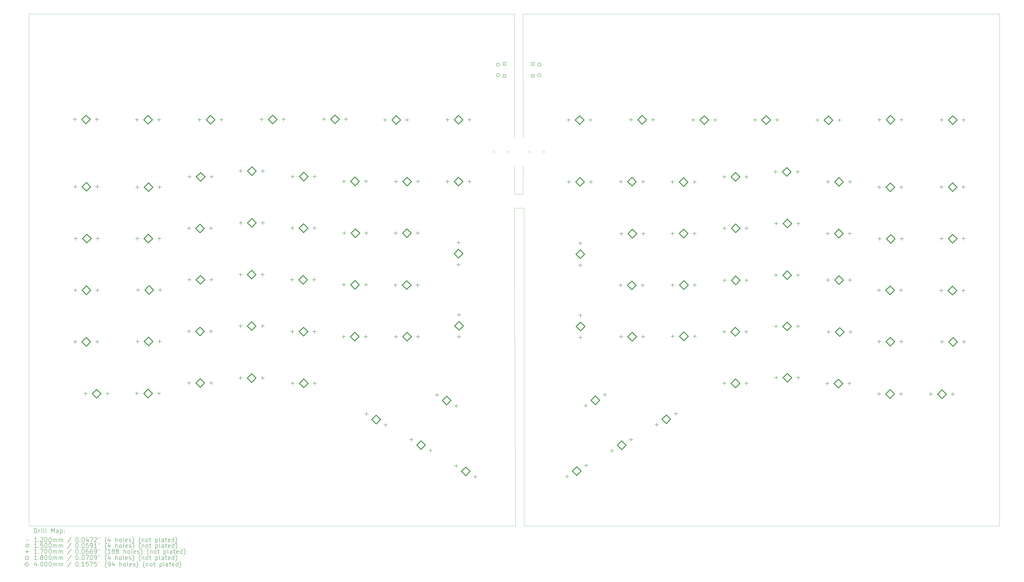
<source format=gbr>
%TF.GenerationSoftware,KiCad,Pcbnew,6.0.9-8da3e8f707~117~ubuntu20.04.1*%
%TF.CreationDate,2022-12-03T14:53:16+01:00*%
%TF.ProjectId,98keys-split-pcb,39386b65-7973-42d7-9370-6c69742d7063,rev?*%
%TF.SameCoordinates,Original*%
%TF.FileFunction,Drillmap*%
%TF.FilePolarity,Positive*%
%FSLAX45Y45*%
G04 Gerber Fmt 4.5, Leading zero omitted, Abs format (unit mm)*
G04 Created by KiCad (PCBNEW 6.0.9-8da3e8f707~117~ubuntu20.04.1) date 2022-12-03 14:53:16*
%MOMM*%
%LPD*%
G01*
G04 APERTURE LIST*
%ADD10C,0.100000*%
%ADD11C,0.200000*%
%ADD12C,0.120000*%
%ADD13C,0.150000*%
%ADD14C,0.170000*%
%ADD15C,0.180000*%
%ADD16C,0.400000*%
G04 APERTURE END LIST*
D10*
X30850000Y-11650000D02*
X30900000Y-26300000D01*
X30850000Y-11650000D02*
X31300000Y-11650000D01*
X31250000Y-2700000D02*
X31254000Y-8400000D01*
X8500000Y-2700000D02*
X30850000Y-2700000D01*
X53200000Y-26300000D02*
X53200000Y-2700000D01*
X30850000Y-11000000D02*
X31250000Y-11000000D01*
X8500000Y-26300000D02*
X8500000Y-2700000D01*
X53200000Y-2700000D02*
X31250000Y-2700000D01*
X31300000Y-11650000D02*
X31300000Y-26300000D01*
X31250000Y-11000000D02*
X31254000Y-9700000D01*
X31300000Y-26300000D02*
X53200000Y-26300000D01*
X30850000Y-2700000D02*
X30854000Y-8400000D01*
X30854000Y-9700000D02*
X30850000Y-11000000D01*
X30900000Y-26300000D02*
X8500000Y-26300000D01*
D11*
D12*
X29844000Y-8990000D02*
X29964000Y-9110000D01*
X29964000Y-8990000D02*
X29844000Y-9110000D01*
X30504000Y-8990000D02*
X30624000Y-9110000D01*
X30624000Y-8990000D02*
X30504000Y-9110000D01*
X31484000Y-8990000D02*
X31604000Y-9110000D01*
X31604000Y-8990000D02*
X31484000Y-9110000D01*
X32144000Y-8990000D02*
X32264000Y-9110000D01*
X32264000Y-8990000D02*
X32144000Y-9110000D01*
D13*
X30172000Y-5030000D02*
G75*
G03*
X30172000Y-5030000I-75000J0D01*
G01*
X30172000Y-5515000D02*
G75*
G03*
X30172000Y-5515000I-75000J0D01*
G01*
X32078000Y-5030000D02*
G75*
G03*
X32078000Y-5030000I-75000J0D01*
G01*
X32078000Y-5515000D02*
G75*
G03*
X32078000Y-5515000I-75000J0D01*
G01*
D14*
X10612000Y-7475000D02*
X10612000Y-7645000D01*
X10527000Y-7560000D02*
X10697000Y-7560000D01*
X10622000Y-17725000D02*
X10622000Y-17895000D01*
X10537000Y-17810000D02*
X10707000Y-17810000D01*
X10632000Y-10575000D02*
X10632000Y-10745000D01*
X10547000Y-10660000D02*
X10717000Y-10660000D01*
X10632000Y-15345000D02*
X10632000Y-15515000D01*
X10547000Y-15430000D02*
X10717000Y-15430000D01*
X10652000Y-12965000D02*
X10652000Y-13135000D01*
X10567000Y-13050000D02*
X10737000Y-13050000D01*
X11102000Y-20115000D02*
X11102000Y-20285000D01*
X11017000Y-20200000D02*
X11187000Y-20200000D01*
X11628000Y-7475000D02*
X11628000Y-7645000D01*
X11543000Y-7560000D02*
X11713000Y-7560000D01*
X11638000Y-17725000D02*
X11638000Y-17895000D01*
X11553000Y-17810000D02*
X11723000Y-17810000D01*
X11648000Y-10575000D02*
X11648000Y-10745000D01*
X11563000Y-10660000D02*
X11733000Y-10660000D01*
X11648000Y-15345000D02*
X11648000Y-15515000D01*
X11563000Y-15430000D02*
X11733000Y-15430000D01*
X11668000Y-12965000D02*
X11668000Y-13135000D01*
X11583000Y-13050000D02*
X11753000Y-13050000D01*
X12118000Y-20115000D02*
X12118000Y-20285000D01*
X12033000Y-20200000D02*
X12203000Y-20200000D01*
X13472000Y-7485000D02*
X13472000Y-7655000D01*
X13387000Y-7570000D02*
X13557000Y-7570000D01*
X13472000Y-20105000D02*
X13472000Y-20275000D01*
X13387000Y-20190000D02*
X13557000Y-20190000D01*
X13482000Y-12965000D02*
X13482000Y-13135000D01*
X13397000Y-13050000D02*
X13567000Y-13050000D01*
X13492000Y-10595000D02*
X13492000Y-10765000D01*
X13407000Y-10680000D02*
X13577000Y-10680000D01*
X13492000Y-17705000D02*
X13492000Y-17875000D01*
X13407000Y-17790000D02*
X13577000Y-17790000D01*
X13522000Y-15335000D02*
X13522000Y-15505000D01*
X13437000Y-15420000D02*
X13607000Y-15420000D01*
X14488000Y-7485000D02*
X14488000Y-7655000D01*
X14403000Y-7570000D02*
X14573000Y-7570000D01*
X14488000Y-20105000D02*
X14488000Y-20275000D01*
X14403000Y-20190000D02*
X14573000Y-20190000D01*
X14498000Y-12965000D02*
X14498000Y-13135000D01*
X14413000Y-13050000D02*
X14583000Y-13050000D01*
X14508000Y-10595000D02*
X14508000Y-10765000D01*
X14423000Y-10680000D02*
X14593000Y-10680000D01*
X14508000Y-17705000D02*
X14508000Y-17875000D01*
X14423000Y-17790000D02*
X14593000Y-17790000D01*
X14538000Y-15335000D02*
X14538000Y-15505000D01*
X14453000Y-15420000D02*
X14623000Y-15420000D01*
X15862000Y-12495000D02*
X15862000Y-12665000D01*
X15777000Y-12580000D02*
X15947000Y-12580000D01*
X15862000Y-17245000D02*
X15862000Y-17415000D01*
X15777000Y-17330000D02*
X15947000Y-17330000D01*
X15872000Y-19625000D02*
X15872000Y-19795000D01*
X15787000Y-19710000D02*
X15957000Y-19710000D01*
X15882000Y-14865000D02*
X15882000Y-15035000D01*
X15797000Y-14950000D02*
X15967000Y-14950000D01*
X15892000Y-10115000D02*
X15892000Y-10285000D01*
X15807000Y-10200000D02*
X15977000Y-10200000D01*
X16352000Y-7485000D02*
X16352000Y-7655000D01*
X16267000Y-7570000D02*
X16437000Y-7570000D01*
X16878000Y-12495000D02*
X16878000Y-12665000D01*
X16793000Y-12580000D02*
X16963000Y-12580000D01*
X16878000Y-17245000D02*
X16878000Y-17415000D01*
X16793000Y-17330000D02*
X16963000Y-17330000D01*
X16888000Y-19625000D02*
X16888000Y-19795000D01*
X16803000Y-19710000D02*
X16973000Y-19710000D01*
X16898000Y-14865000D02*
X16898000Y-15035000D01*
X16813000Y-14950000D02*
X16983000Y-14950000D01*
X16908000Y-10115000D02*
X16908000Y-10285000D01*
X16823000Y-10200000D02*
X16993000Y-10200000D01*
X17368000Y-7485000D02*
X17368000Y-7655000D01*
X17283000Y-7570000D02*
X17453000Y-7570000D01*
X18242000Y-14625000D02*
X18242000Y-14795000D01*
X18157000Y-14710000D02*
X18327000Y-14710000D01*
X18242000Y-16995000D02*
X18242000Y-17165000D01*
X18157000Y-17080000D02*
X18327000Y-17080000D01*
X18242000Y-19395000D02*
X18242000Y-19565000D01*
X18157000Y-19480000D02*
X18327000Y-19480000D01*
X18252000Y-9855000D02*
X18252000Y-10025000D01*
X18167000Y-9940000D02*
X18337000Y-9940000D01*
X18252000Y-12235000D02*
X18252000Y-12405000D01*
X18167000Y-12320000D02*
X18337000Y-12320000D01*
X19212000Y-7475000D02*
X19212000Y-7645000D01*
X19127000Y-7560000D02*
X19297000Y-7560000D01*
X19258000Y-14625000D02*
X19258000Y-14795000D01*
X19173000Y-14710000D02*
X19343000Y-14710000D01*
X19258000Y-16995000D02*
X19258000Y-17165000D01*
X19173000Y-17080000D02*
X19343000Y-17080000D01*
X19258000Y-19395000D02*
X19258000Y-19565000D01*
X19173000Y-19480000D02*
X19343000Y-19480000D01*
X19268000Y-9855000D02*
X19268000Y-10025000D01*
X19183000Y-9940000D02*
X19353000Y-9940000D01*
X19268000Y-12235000D02*
X19268000Y-12405000D01*
X19183000Y-12320000D02*
X19353000Y-12320000D01*
X20228000Y-7475000D02*
X20228000Y-7645000D01*
X20143000Y-7560000D02*
X20313000Y-7560000D01*
X20612000Y-14865000D02*
X20612000Y-15035000D01*
X20527000Y-14950000D02*
X20697000Y-14950000D01*
X20632000Y-12485000D02*
X20632000Y-12655000D01*
X20547000Y-12570000D02*
X20717000Y-12570000D01*
X20632000Y-17255000D02*
X20632000Y-17425000D01*
X20547000Y-17340000D02*
X20717000Y-17340000D01*
X20642000Y-10105000D02*
X20642000Y-10275000D01*
X20557000Y-10190000D02*
X20727000Y-10190000D01*
X20642000Y-19635000D02*
X20642000Y-19805000D01*
X20557000Y-19720000D02*
X20727000Y-19720000D01*
X21628000Y-14865000D02*
X21628000Y-15035000D01*
X21543000Y-14950000D02*
X21713000Y-14950000D01*
X21648000Y-12485000D02*
X21648000Y-12655000D01*
X21563000Y-12570000D02*
X21733000Y-12570000D01*
X21648000Y-17255000D02*
X21648000Y-17425000D01*
X21563000Y-17340000D02*
X21733000Y-17340000D01*
X21658000Y-10105000D02*
X21658000Y-10275000D01*
X21573000Y-10190000D02*
X21743000Y-10190000D01*
X21658000Y-19635000D02*
X21658000Y-19805000D01*
X21573000Y-19720000D02*
X21743000Y-19720000D01*
X22082000Y-7465000D02*
X22082000Y-7635000D01*
X21997000Y-7550000D02*
X22167000Y-7550000D01*
X22992000Y-17485000D02*
X22992000Y-17655000D01*
X22907000Y-17570000D02*
X23077000Y-17570000D01*
X23002000Y-10325000D02*
X23002000Y-10495000D01*
X22917000Y-10410000D02*
X23087000Y-10410000D01*
X23002000Y-15095000D02*
X23002000Y-15265000D01*
X22917000Y-15180000D02*
X23087000Y-15180000D01*
X23022000Y-12715000D02*
X23022000Y-12885000D01*
X22937000Y-12800000D02*
X23107000Y-12800000D01*
X23098000Y-7465000D02*
X23098000Y-7635000D01*
X23013000Y-7550000D02*
X23183000Y-7550000D01*
X24008000Y-17485000D02*
X24008000Y-17655000D01*
X23923000Y-17570000D02*
X24093000Y-17570000D01*
X24018000Y-10325000D02*
X24018000Y-10495000D01*
X23933000Y-10410000D02*
X24103000Y-10410000D01*
X24018000Y-15095000D02*
X24018000Y-15265000D01*
X23933000Y-15180000D02*
X24103000Y-15180000D01*
X24038000Y-12715000D02*
X24038000Y-12885000D01*
X23953000Y-12800000D02*
X24123000Y-12800000D01*
X24044059Y-21053001D02*
X24044059Y-21223001D01*
X23959059Y-21138001D02*
X24129059Y-21138001D01*
X24902000Y-7495000D02*
X24902000Y-7665000D01*
X24817000Y-7580000D02*
X24987000Y-7580000D01*
X24923940Y-21561001D02*
X24923940Y-21731001D01*
X24838940Y-21646001D02*
X25008940Y-21646001D01*
X25382000Y-15105000D02*
X25382000Y-15275000D01*
X25297000Y-15190000D02*
X25467000Y-15190000D01*
X25392000Y-12715000D02*
X25392000Y-12885000D01*
X25307000Y-12800000D02*
X25477000Y-12800000D01*
X25402000Y-10335000D02*
X25402000Y-10505000D01*
X25317000Y-10420000D02*
X25487000Y-10420000D01*
X25402000Y-17485000D02*
X25402000Y-17655000D01*
X25317000Y-17570000D02*
X25487000Y-17570000D01*
X25918000Y-7495000D02*
X25918000Y-7665000D01*
X25833000Y-7580000D02*
X26003000Y-7580000D01*
X26114059Y-22233001D02*
X26114059Y-22403001D01*
X26029059Y-22318001D02*
X26199059Y-22318001D01*
X26398000Y-15105000D02*
X26398000Y-15275000D01*
X26313000Y-15190000D02*
X26483000Y-15190000D01*
X26408000Y-12715000D02*
X26408000Y-12885000D01*
X26323000Y-12800000D02*
X26493000Y-12800000D01*
X26418000Y-10335000D02*
X26418000Y-10505000D01*
X26333000Y-10420000D02*
X26503000Y-10420000D01*
X26418000Y-17485000D02*
X26418000Y-17655000D01*
X26333000Y-17570000D02*
X26503000Y-17570000D01*
X26993940Y-22741001D02*
X26993940Y-22911001D01*
X26908940Y-22826001D02*
X27078940Y-22826001D01*
X27294059Y-20173001D02*
X27294059Y-20343001D01*
X27209059Y-20258001D02*
X27379059Y-20258001D01*
X27772000Y-7485000D02*
X27772000Y-7655000D01*
X27687000Y-7570000D02*
X27857000Y-7570000D01*
X27772000Y-10335000D02*
X27772000Y-10505000D01*
X27687000Y-10420000D02*
X27857000Y-10420000D01*
X28173940Y-20681001D02*
X28173940Y-20851001D01*
X28088940Y-20766001D02*
X28258940Y-20766001D01*
X28174059Y-23443001D02*
X28174059Y-23613001D01*
X28089059Y-23528001D02*
X28259059Y-23528001D01*
X28282000Y-13153000D02*
X28282000Y-13323000D01*
X28197000Y-13238000D02*
X28367000Y-13238000D01*
X28282000Y-14169000D02*
X28282000Y-14339000D01*
X28197000Y-14254000D02*
X28367000Y-14254000D01*
X28304000Y-16479000D02*
X28304000Y-16649000D01*
X28219000Y-16564000D02*
X28389000Y-16564000D01*
X28304000Y-17495000D02*
X28304000Y-17665000D01*
X28219000Y-17580000D02*
X28389000Y-17580000D01*
X28788000Y-7485000D02*
X28788000Y-7655000D01*
X28703000Y-7570000D02*
X28873000Y-7570000D01*
X28788000Y-10335000D02*
X28788000Y-10505000D01*
X28703000Y-10420000D02*
X28873000Y-10420000D01*
X29053940Y-23951001D02*
X29053940Y-24121001D01*
X28968940Y-24036001D02*
X29138940Y-24036001D01*
X33282059Y-23935001D02*
X33282059Y-24105001D01*
X33197059Y-24020001D02*
X33367059Y-24020001D01*
X33350000Y-7499000D02*
X33350000Y-7669000D01*
X33265000Y-7584000D02*
X33435000Y-7584000D01*
X33370000Y-10349000D02*
X33370000Y-10519000D01*
X33285000Y-10434000D02*
X33455000Y-10434000D01*
X33890000Y-13177000D02*
X33890000Y-13347000D01*
X33805000Y-13262000D02*
X33975000Y-13262000D01*
X33890000Y-14193000D02*
X33890000Y-14363000D01*
X33805000Y-14278000D02*
X33975000Y-14278000D01*
X33900000Y-16507000D02*
X33900000Y-16677000D01*
X33815000Y-16592000D02*
X33985000Y-16592000D01*
X33900000Y-17523000D02*
X33900000Y-17693000D01*
X33815000Y-17608000D02*
X33985000Y-17608000D01*
X34142059Y-20671941D02*
X34142059Y-20841941D01*
X34057059Y-20756941D02*
X34227059Y-20756941D01*
X34161941Y-23427001D02*
X34161941Y-23597001D01*
X34076941Y-23512001D02*
X34246941Y-23512001D01*
X34366000Y-7499000D02*
X34366000Y-7669000D01*
X34281000Y-7584000D02*
X34451000Y-7584000D01*
X34386000Y-10349000D02*
X34386000Y-10519000D01*
X34301000Y-10434000D02*
X34471000Y-10434000D01*
X35021941Y-20163941D02*
X35021941Y-20333941D01*
X34936941Y-20248941D02*
X35106941Y-20248941D01*
X35352059Y-22745001D02*
X35352059Y-22915001D01*
X35267059Y-22830001D02*
X35437059Y-22830001D01*
X35750000Y-15119000D02*
X35750000Y-15289000D01*
X35665000Y-15204000D02*
X35835000Y-15204000D01*
X35760000Y-10339000D02*
X35760000Y-10509000D01*
X35675000Y-10424000D02*
X35845000Y-10424000D01*
X35770000Y-17489000D02*
X35770000Y-17659000D01*
X35685000Y-17574000D02*
X35855000Y-17574000D01*
X35780000Y-12739000D02*
X35780000Y-12909000D01*
X35695000Y-12824000D02*
X35865000Y-12824000D01*
X36230000Y-7489000D02*
X36230000Y-7659000D01*
X36145000Y-7574000D02*
X36315000Y-7574000D01*
X36231941Y-22237001D02*
X36231941Y-22407001D01*
X36146941Y-22322001D02*
X36316941Y-22322001D01*
X36766000Y-15119000D02*
X36766000Y-15289000D01*
X36681000Y-15204000D02*
X36851000Y-15204000D01*
X36776000Y-10339000D02*
X36776000Y-10509000D01*
X36691000Y-10424000D02*
X36861000Y-10424000D01*
X36786000Y-17489000D02*
X36786000Y-17659000D01*
X36701000Y-17574000D02*
X36871000Y-17574000D01*
X36796000Y-12739000D02*
X36796000Y-12909000D01*
X36711000Y-12824000D02*
X36881000Y-12824000D01*
X37246000Y-7489000D02*
X37246000Y-7659000D01*
X37161000Y-7574000D02*
X37331000Y-7574000D01*
X37412059Y-21545001D02*
X37412059Y-21715001D01*
X37327059Y-21630001D02*
X37497059Y-21630001D01*
X38140000Y-10359000D02*
X38140000Y-10529000D01*
X38055000Y-10444000D02*
X38225000Y-10444000D01*
X38140000Y-12729000D02*
X38140000Y-12899000D01*
X38055000Y-12814000D02*
X38225000Y-12814000D01*
X38150000Y-15109000D02*
X38150000Y-15279000D01*
X38065000Y-15194000D02*
X38235000Y-15194000D01*
X38150000Y-17469000D02*
X38150000Y-17639000D01*
X38065000Y-17554000D02*
X38235000Y-17554000D01*
X38291941Y-21037001D02*
X38291941Y-21207001D01*
X38206941Y-21122001D02*
X38376941Y-21122001D01*
X39090000Y-7499000D02*
X39090000Y-7669000D01*
X39005000Y-7584000D02*
X39175000Y-7584000D01*
X39156000Y-10359000D02*
X39156000Y-10529000D01*
X39071000Y-10444000D02*
X39241000Y-10444000D01*
X39156000Y-12729000D02*
X39156000Y-12899000D01*
X39071000Y-12814000D02*
X39241000Y-12814000D01*
X39166000Y-15109000D02*
X39166000Y-15279000D01*
X39081000Y-15194000D02*
X39251000Y-15194000D01*
X39166000Y-17469000D02*
X39166000Y-17639000D01*
X39081000Y-17554000D02*
X39251000Y-17554000D01*
X40106000Y-7499000D02*
X40106000Y-7669000D01*
X40021000Y-7584000D02*
X40191000Y-7584000D01*
X40520000Y-17259000D02*
X40520000Y-17429000D01*
X40435000Y-17344000D02*
X40605000Y-17344000D01*
X40530000Y-10119000D02*
X40530000Y-10289000D01*
X40445000Y-10204000D02*
X40615000Y-10204000D01*
X40530000Y-19639000D02*
X40530000Y-19809000D01*
X40445000Y-19724000D02*
X40615000Y-19724000D01*
X40540000Y-12489000D02*
X40540000Y-12659000D01*
X40455000Y-12574000D02*
X40625000Y-12574000D01*
X40540000Y-14889000D02*
X40540000Y-15059000D01*
X40455000Y-14974000D02*
X40625000Y-14974000D01*
X41536000Y-17259000D02*
X41536000Y-17429000D01*
X41451000Y-17344000D02*
X41621000Y-17344000D01*
X41546000Y-10119000D02*
X41546000Y-10289000D01*
X41461000Y-10204000D02*
X41631000Y-10204000D01*
X41546000Y-19639000D02*
X41546000Y-19809000D01*
X41461000Y-19724000D02*
X41631000Y-19724000D01*
X41556000Y-12489000D02*
X41556000Y-12659000D01*
X41471000Y-12574000D02*
X41641000Y-12574000D01*
X41556000Y-14889000D02*
X41556000Y-15059000D01*
X41471000Y-14974000D02*
X41641000Y-14974000D01*
X41944000Y-7501000D02*
X41944000Y-7671000D01*
X41859000Y-7586000D02*
X42029000Y-7586000D01*
X42890000Y-9889000D02*
X42890000Y-10059000D01*
X42805000Y-9974000D02*
X42975000Y-9974000D01*
X42906000Y-17011000D02*
X42906000Y-17181000D01*
X42821000Y-17096000D02*
X42991000Y-17096000D01*
X42910000Y-14649000D02*
X42910000Y-14819000D01*
X42825000Y-14734000D02*
X42995000Y-14734000D01*
X42920000Y-12269000D02*
X42920000Y-12439000D01*
X42835000Y-12354000D02*
X43005000Y-12354000D01*
X42920000Y-19379000D02*
X42920000Y-19549000D01*
X42835000Y-19464000D02*
X43005000Y-19464000D01*
X42960000Y-7501000D02*
X42960000Y-7671000D01*
X42875000Y-7586000D02*
X43045000Y-7586000D01*
X43906000Y-9889000D02*
X43906000Y-10059000D01*
X43821000Y-9974000D02*
X43991000Y-9974000D01*
X43922000Y-17011000D02*
X43922000Y-17181000D01*
X43837000Y-17096000D02*
X44007000Y-17096000D01*
X43926000Y-14649000D02*
X43926000Y-14819000D01*
X43841000Y-14734000D02*
X44011000Y-14734000D01*
X43936000Y-12269000D02*
X43936000Y-12439000D01*
X43851000Y-12354000D02*
X44021000Y-12354000D01*
X43936000Y-19379000D02*
X43936000Y-19549000D01*
X43851000Y-19464000D02*
X44021000Y-19464000D01*
X44810000Y-7509000D02*
X44810000Y-7679000D01*
X44725000Y-7594000D02*
X44895000Y-7594000D01*
X45270000Y-19649000D02*
X45270000Y-19819000D01*
X45185000Y-19734000D02*
X45355000Y-19734000D01*
X45290000Y-12729000D02*
X45290000Y-12899000D01*
X45205000Y-12814000D02*
X45375000Y-12814000D01*
X45300000Y-10349000D02*
X45300000Y-10519000D01*
X45215000Y-10434000D02*
X45385000Y-10434000D01*
X45300000Y-14879000D02*
X45300000Y-15049000D01*
X45215000Y-14964000D02*
X45385000Y-14964000D01*
X45330000Y-17269000D02*
X45330000Y-17439000D01*
X45245000Y-17354000D02*
X45415000Y-17354000D01*
X45826000Y-7509000D02*
X45826000Y-7679000D01*
X45741000Y-7594000D02*
X45911000Y-7594000D01*
X46286000Y-19649000D02*
X46286000Y-19819000D01*
X46201000Y-19734000D02*
X46371000Y-19734000D01*
X46306000Y-12729000D02*
X46306000Y-12899000D01*
X46221000Y-12814000D02*
X46391000Y-12814000D01*
X46316000Y-10349000D02*
X46316000Y-10519000D01*
X46231000Y-10434000D02*
X46401000Y-10434000D01*
X46316000Y-14879000D02*
X46316000Y-15049000D01*
X46231000Y-14964000D02*
X46401000Y-14964000D01*
X46346000Y-17269000D02*
X46346000Y-17439000D01*
X46261000Y-17354000D02*
X46431000Y-17354000D01*
X47650000Y-15349000D02*
X47650000Y-15519000D01*
X47565000Y-15434000D02*
X47735000Y-15434000D01*
X47650000Y-20129000D02*
X47650000Y-20299000D01*
X47565000Y-20214000D02*
X47735000Y-20214000D01*
X47660000Y-10599000D02*
X47660000Y-10769000D01*
X47575000Y-10684000D02*
X47745000Y-10684000D01*
X47660000Y-17719000D02*
X47660000Y-17889000D01*
X47575000Y-17804000D02*
X47745000Y-17804000D01*
X47670000Y-7489000D02*
X47670000Y-7659000D01*
X47585000Y-7574000D02*
X47755000Y-7574000D01*
X47680000Y-12979000D02*
X47680000Y-13149000D01*
X47595000Y-13064000D02*
X47765000Y-13064000D01*
X48666000Y-15349000D02*
X48666000Y-15519000D01*
X48581000Y-15434000D02*
X48751000Y-15434000D01*
X48666000Y-20129000D02*
X48666000Y-20299000D01*
X48581000Y-20214000D02*
X48751000Y-20214000D01*
X48676000Y-10599000D02*
X48676000Y-10769000D01*
X48591000Y-10684000D02*
X48761000Y-10684000D01*
X48676000Y-17719000D02*
X48676000Y-17889000D01*
X48591000Y-17804000D02*
X48761000Y-17804000D01*
X48686000Y-7489000D02*
X48686000Y-7659000D01*
X48601000Y-7574000D02*
X48771000Y-7574000D01*
X48696000Y-12979000D02*
X48696000Y-13149000D01*
X48611000Y-13064000D02*
X48781000Y-13064000D01*
X50040000Y-20139000D02*
X50040000Y-20309000D01*
X49955000Y-20224000D02*
X50125000Y-20224000D01*
X50520000Y-15359000D02*
X50520000Y-15529000D01*
X50435000Y-15444000D02*
X50605000Y-15444000D01*
X50530000Y-10589000D02*
X50530000Y-10759000D01*
X50445000Y-10674000D02*
X50615000Y-10674000D01*
X50530000Y-12969000D02*
X50530000Y-13139000D01*
X50445000Y-13054000D02*
X50615000Y-13054000D01*
X50540000Y-7499000D02*
X50540000Y-7669000D01*
X50455000Y-7584000D02*
X50625000Y-7584000D01*
X50550000Y-17729000D02*
X50550000Y-17899000D01*
X50465000Y-17814000D02*
X50635000Y-17814000D01*
X51056000Y-20139000D02*
X51056000Y-20309000D01*
X50971000Y-20224000D02*
X51141000Y-20224000D01*
X51536000Y-15359000D02*
X51536000Y-15529000D01*
X51451000Y-15444000D02*
X51621000Y-15444000D01*
X51546000Y-10589000D02*
X51546000Y-10759000D01*
X51461000Y-10674000D02*
X51631000Y-10674000D01*
X51546000Y-12969000D02*
X51546000Y-13139000D01*
X51461000Y-13054000D02*
X51631000Y-13054000D01*
X51556000Y-7499000D02*
X51556000Y-7669000D01*
X51471000Y-7584000D02*
X51641000Y-7584000D01*
X51566000Y-17729000D02*
X51566000Y-17899000D01*
X51481000Y-17814000D02*
X51651000Y-17814000D01*
D15*
X30463640Y-5063640D02*
X30463640Y-4936360D01*
X30336360Y-4936360D01*
X30336360Y-5063640D01*
X30463640Y-5063640D01*
X30463640Y-5608640D02*
X30463640Y-5481360D01*
X30336360Y-5481360D01*
X30336360Y-5608640D01*
X30463640Y-5608640D01*
X31763640Y-5063640D02*
X31763640Y-4936360D01*
X31636360Y-4936360D01*
X31636360Y-5063640D01*
X31763640Y-5063640D01*
X31763640Y-5608640D02*
X31763640Y-5481360D01*
X31636360Y-5481360D01*
X31636360Y-5608640D01*
X31763640Y-5608640D01*
D16*
X11120000Y-7760000D02*
X11320000Y-7560000D01*
X11120000Y-7360000D01*
X10920000Y-7560000D01*
X11120000Y-7760000D01*
X11130000Y-18010000D02*
X11330000Y-17810000D01*
X11130000Y-17610000D01*
X10930000Y-17810000D01*
X11130000Y-18010000D01*
X11140000Y-10860000D02*
X11340000Y-10660000D01*
X11140000Y-10460000D01*
X10940000Y-10660000D01*
X11140000Y-10860000D01*
X11140000Y-15630000D02*
X11340000Y-15430000D01*
X11140000Y-15230000D01*
X10940000Y-15430000D01*
X11140000Y-15630000D01*
X11160000Y-13250000D02*
X11360000Y-13050000D01*
X11160000Y-12850000D01*
X10960000Y-13050000D01*
X11160000Y-13250000D01*
X11610000Y-20400000D02*
X11810000Y-20200000D01*
X11610000Y-20000000D01*
X11410000Y-20200000D01*
X11610000Y-20400000D01*
X13980000Y-7770000D02*
X14180000Y-7570000D01*
X13980000Y-7370000D01*
X13780000Y-7570000D01*
X13980000Y-7770000D01*
X13980000Y-20390000D02*
X14180000Y-20190000D01*
X13980000Y-19990000D01*
X13780000Y-20190000D01*
X13980000Y-20390000D01*
X13990000Y-13250000D02*
X14190000Y-13050000D01*
X13990000Y-12850000D01*
X13790000Y-13050000D01*
X13990000Y-13250000D01*
X14000000Y-10880000D02*
X14200000Y-10680000D01*
X14000000Y-10480000D01*
X13800000Y-10680000D01*
X14000000Y-10880000D01*
X14000000Y-17990000D02*
X14200000Y-17790000D01*
X14000000Y-17590000D01*
X13800000Y-17790000D01*
X14000000Y-17990000D01*
X14030000Y-15620000D02*
X14230000Y-15420000D01*
X14030000Y-15220000D01*
X13830000Y-15420000D01*
X14030000Y-15620000D01*
X16370000Y-12780000D02*
X16570000Y-12580000D01*
X16370000Y-12380000D01*
X16170000Y-12580000D01*
X16370000Y-12780000D01*
X16370000Y-17530000D02*
X16570000Y-17330000D01*
X16370000Y-17130000D01*
X16170000Y-17330000D01*
X16370000Y-17530000D01*
X16380000Y-19910000D02*
X16580000Y-19710000D01*
X16380000Y-19510000D01*
X16180000Y-19710000D01*
X16380000Y-19910000D01*
X16390000Y-15150000D02*
X16590000Y-14950000D01*
X16390000Y-14750000D01*
X16190000Y-14950000D01*
X16390000Y-15150000D01*
X16400000Y-10400000D02*
X16600000Y-10200000D01*
X16400000Y-10000000D01*
X16200000Y-10200000D01*
X16400000Y-10400000D01*
X16860000Y-7770000D02*
X17060000Y-7570000D01*
X16860000Y-7370000D01*
X16660000Y-7570000D01*
X16860000Y-7770000D01*
X18750000Y-14910000D02*
X18950000Y-14710000D01*
X18750000Y-14510000D01*
X18550000Y-14710000D01*
X18750000Y-14910000D01*
X18750000Y-17280000D02*
X18950000Y-17080000D01*
X18750000Y-16880000D01*
X18550000Y-17080000D01*
X18750000Y-17280000D01*
X18750000Y-19680000D02*
X18950000Y-19480000D01*
X18750000Y-19280000D01*
X18550000Y-19480000D01*
X18750000Y-19680000D01*
X18760000Y-10140000D02*
X18960000Y-9940000D01*
X18760000Y-9740000D01*
X18560000Y-9940000D01*
X18760000Y-10140000D01*
X18760000Y-12520000D02*
X18960000Y-12320000D01*
X18760000Y-12120000D01*
X18560000Y-12320000D01*
X18760000Y-12520000D01*
X19720000Y-7760000D02*
X19920000Y-7560000D01*
X19720000Y-7360000D01*
X19520000Y-7560000D01*
X19720000Y-7760000D01*
X21120000Y-15150000D02*
X21320000Y-14950000D01*
X21120000Y-14750000D01*
X20920000Y-14950000D01*
X21120000Y-15150000D01*
X21140000Y-12770000D02*
X21340000Y-12570000D01*
X21140000Y-12370000D01*
X20940000Y-12570000D01*
X21140000Y-12770000D01*
X21140000Y-17540000D02*
X21340000Y-17340000D01*
X21140000Y-17140000D01*
X20940000Y-17340000D01*
X21140000Y-17540000D01*
X21150000Y-10390000D02*
X21350000Y-10190000D01*
X21150000Y-9990000D01*
X20950000Y-10190000D01*
X21150000Y-10390000D01*
X21150000Y-19920000D02*
X21350000Y-19720000D01*
X21150000Y-19520000D01*
X20950000Y-19720000D01*
X21150000Y-19920000D01*
X22590000Y-7750000D02*
X22790000Y-7550000D01*
X22590000Y-7350000D01*
X22390000Y-7550000D01*
X22590000Y-7750000D01*
X23500000Y-17770000D02*
X23700000Y-17570000D01*
X23500000Y-17370000D01*
X23300000Y-17570000D01*
X23500000Y-17770000D01*
X23510000Y-10610000D02*
X23710000Y-10410000D01*
X23510000Y-10210000D01*
X23310000Y-10410000D01*
X23510000Y-10610000D01*
X23510000Y-15380000D02*
X23710000Y-15180000D01*
X23510000Y-14980000D01*
X23310000Y-15180000D01*
X23510000Y-15380000D01*
X23530000Y-13000000D02*
X23730000Y-12800000D01*
X23530000Y-12600000D01*
X23330000Y-12800000D01*
X23530000Y-13000000D01*
X24483999Y-21592001D02*
X24683999Y-21392001D01*
X24483999Y-21192001D01*
X24283999Y-21392001D01*
X24483999Y-21592001D01*
X25410000Y-7780000D02*
X25610000Y-7580000D01*
X25410000Y-7380000D01*
X25210000Y-7580000D01*
X25410000Y-7780000D01*
X25890000Y-15390000D02*
X26090000Y-15190000D01*
X25890000Y-14990000D01*
X25690000Y-15190000D01*
X25890000Y-15390000D01*
X25900000Y-13000000D02*
X26100000Y-12800000D01*
X25900000Y-12600000D01*
X25700000Y-12800000D01*
X25900000Y-13000000D01*
X25910000Y-10620000D02*
X26110000Y-10420000D01*
X25910000Y-10220000D01*
X25710000Y-10420000D01*
X25910000Y-10620000D01*
X25910000Y-17770000D02*
X26110000Y-17570000D01*
X25910000Y-17370000D01*
X25710000Y-17570000D01*
X25910000Y-17770000D01*
X26553999Y-22772001D02*
X26753999Y-22572001D01*
X26553999Y-22372001D01*
X26353999Y-22572001D01*
X26553999Y-22772001D01*
X27733999Y-20712001D02*
X27933999Y-20512001D01*
X27733999Y-20312001D01*
X27533999Y-20512001D01*
X27733999Y-20712001D01*
X28280000Y-7770000D02*
X28480000Y-7570000D01*
X28280000Y-7370000D01*
X28080000Y-7570000D01*
X28280000Y-7770000D01*
X28280000Y-10620000D02*
X28480000Y-10420000D01*
X28280000Y-10220000D01*
X28080000Y-10420000D01*
X28280000Y-10620000D01*
X28282000Y-13946000D02*
X28482000Y-13746000D01*
X28282000Y-13546000D01*
X28082000Y-13746000D01*
X28282000Y-13946000D01*
X28304000Y-17272000D02*
X28504000Y-17072000D01*
X28304000Y-16872000D01*
X28104000Y-17072000D01*
X28304000Y-17272000D01*
X28613999Y-23982001D02*
X28813999Y-23782001D01*
X28613999Y-23582001D01*
X28413999Y-23782001D01*
X28613999Y-23982001D01*
X33722000Y-23966001D02*
X33922000Y-23766001D01*
X33722000Y-23566001D01*
X33521999Y-23766001D01*
X33722000Y-23966001D01*
X33858000Y-7784000D02*
X34058000Y-7584000D01*
X33858000Y-7384000D01*
X33658000Y-7584000D01*
X33858000Y-7784000D01*
X33878000Y-10634000D02*
X34078000Y-10434000D01*
X33878000Y-10234000D01*
X33678000Y-10434000D01*
X33878000Y-10634000D01*
X33890000Y-13970000D02*
X34090000Y-13770000D01*
X33890000Y-13570000D01*
X33690000Y-13770000D01*
X33890000Y-13970000D01*
X33900000Y-17300000D02*
X34100000Y-17100000D01*
X33900000Y-16900000D01*
X33700000Y-17100000D01*
X33900000Y-17300000D01*
X34582000Y-20702941D02*
X34782000Y-20502941D01*
X34582000Y-20302941D01*
X34382000Y-20502941D01*
X34582000Y-20702941D01*
X35792000Y-22776001D02*
X35992000Y-22576001D01*
X35792000Y-22376001D01*
X35592000Y-22576001D01*
X35792000Y-22776001D01*
X36258000Y-15404000D02*
X36458000Y-15204000D01*
X36258000Y-15004000D01*
X36058000Y-15204000D01*
X36258000Y-15404000D01*
X36268000Y-10624000D02*
X36468000Y-10424000D01*
X36268000Y-10224000D01*
X36068000Y-10424000D01*
X36268000Y-10624000D01*
X36278000Y-17774000D02*
X36478000Y-17574000D01*
X36278000Y-17374000D01*
X36078000Y-17574000D01*
X36278000Y-17774000D01*
X36288000Y-13024000D02*
X36488000Y-12824000D01*
X36288000Y-12624000D01*
X36088000Y-12824000D01*
X36288000Y-13024000D01*
X36738000Y-7774000D02*
X36938000Y-7574000D01*
X36738000Y-7374000D01*
X36538000Y-7574000D01*
X36738000Y-7774000D01*
X37852000Y-21576001D02*
X38052000Y-21376001D01*
X37852000Y-21176001D01*
X37652000Y-21376001D01*
X37852000Y-21576001D01*
X38648000Y-10644000D02*
X38848000Y-10444000D01*
X38648000Y-10244000D01*
X38448000Y-10444000D01*
X38648000Y-10644000D01*
X38648000Y-13014000D02*
X38848000Y-12814000D01*
X38648000Y-12614000D01*
X38448000Y-12814000D01*
X38648000Y-13014000D01*
X38658000Y-15394000D02*
X38858000Y-15194000D01*
X38658000Y-14994000D01*
X38458000Y-15194000D01*
X38658000Y-15394000D01*
X38658000Y-17754000D02*
X38858000Y-17554000D01*
X38658000Y-17354000D01*
X38458000Y-17554000D01*
X38658000Y-17754000D01*
X39598000Y-7784000D02*
X39798000Y-7584000D01*
X39598000Y-7384000D01*
X39398000Y-7584000D01*
X39598000Y-7784000D01*
X41028000Y-17544000D02*
X41228000Y-17344000D01*
X41028000Y-17144000D01*
X40828000Y-17344000D01*
X41028000Y-17544000D01*
X41038000Y-10404000D02*
X41238000Y-10204000D01*
X41038000Y-10004000D01*
X40838000Y-10204000D01*
X41038000Y-10404000D01*
X41038000Y-19924000D02*
X41238000Y-19724000D01*
X41038000Y-19524000D01*
X40838000Y-19724000D01*
X41038000Y-19924000D01*
X41048000Y-12774000D02*
X41248000Y-12574000D01*
X41048000Y-12374000D01*
X40848000Y-12574000D01*
X41048000Y-12774000D01*
X41048000Y-15174000D02*
X41248000Y-14974000D01*
X41048000Y-14774000D01*
X40848000Y-14974000D01*
X41048000Y-15174000D01*
X42452000Y-7786000D02*
X42652000Y-7586000D01*
X42452000Y-7386000D01*
X42252000Y-7586000D01*
X42452000Y-7786000D01*
X43398000Y-10174000D02*
X43598000Y-9974000D01*
X43398000Y-9774000D01*
X43198000Y-9974000D01*
X43398000Y-10174000D01*
X43414000Y-17296000D02*
X43614000Y-17096000D01*
X43414000Y-16896000D01*
X43214000Y-17096000D01*
X43414000Y-17296000D01*
X43418000Y-14934000D02*
X43618000Y-14734000D01*
X43418000Y-14534000D01*
X43218000Y-14734000D01*
X43418000Y-14934000D01*
X43428000Y-12554000D02*
X43628000Y-12354000D01*
X43428000Y-12154000D01*
X43228000Y-12354000D01*
X43428000Y-12554000D01*
X43428000Y-19664000D02*
X43628000Y-19464000D01*
X43428000Y-19264000D01*
X43228000Y-19464000D01*
X43428000Y-19664000D01*
X45318000Y-7794000D02*
X45518000Y-7594000D01*
X45318000Y-7394000D01*
X45118000Y-7594000D01*
X45318000Y-7794000D01*
X45778000Y-19934000D02*
X45978000Y-19734000D01*
X45778000Y-19534000D01*
X45578000Y-19734000D01*
X45778000Y-19934000D01*
X45798000Y-13014000D02*
X45998000Y-12814000D01*
X45798000Y-12614000D01*
X45598000Y-12814000D01*
X45798000Y-13014000D01*
X45808000Y-10634000D02*
X46008000Y-10434000D01*
X45808000Y-10234000D01*
X45608000Y-10434000D01*
X45808000Y-10634000D01*
X45808000Y-15164000D02*
X46008000Y-14964000D01*
X45808000Y-14764000D01*
X45608000Y-14964000D01*
X45808000Y-15164000D01*
X45838000Y-17554000D02*
X46038000Y-17354000D01*
X45838000Y-17154000D01*
X45638000Y-17354000D01*
X45838000Y-17554000D01*
X48158000Y-15634000D02*
X48358000Y-15434000D01*
X48158000Y-15234000D01*
X47958000Y-15434000D01*
X48158000Y-15634000D01*
X48158000Y-20414000D02*
X48358000Y-20214000D01*
X48158000Y-20014000D01*
X47958000Y-20214000D01*
X48158000Y-20414000D01*
X48168000Y-10884000D02*
X48368000Y-10684000D01*
X48168000Y-10484000D01*
X47968000Y-10684000D01*
X48168000Y-10884000D01*
X48168000Y-18004000D02*
X48368000Y-17804000D01*
X48168000Y-17604000D01*
X47968000Y-17804000D01*
X48168000Y-18004000D01*
X48178000Y-7774000D02*
X48378000Y-7574000D01*
X48178000Y-7374000D01*
X47978000Y-7574000D01*
X48178000Y-7774000D01*
X48188000Y-13264000D02*
X48388000Y-13064000D01*
X48188000Y-12864000D01*
X47988000Y-13064000D01*
X48188000Y-13264000D01*
X50548000Y-20424000D02*
X50748000Y-20224000D01*
X50548000Y-20024000D01*
X50348000Y-20224000D01*
X50548000Y-20424000D01*
X51028000Y-15644000D02*
X51228000Y-15444000D01*
X51028000Y-15244000D01*
X50828000Y-15444000D01*
X51028000Y-15644000D01*
X51038000Y-10874000D02*
X51238000Y-10674000D01*
X51038000Y-10474000D01*
X50838000Y-10674000D01*
X51038000Y-10874000D01*
X51038000Y-13254000D02*
X51238000Y-13054000D01*
X51038000Y-12854000D01*
X50838000Y-13054000D01*
X51038000Y-13254000D01*
X51048000Y-7784000D02*
X51248000Y-7584000D01*
X51048000Y-7384000D01*
X50848000Y-7584000D01*
X51048000Y-7784000D01*
X51058000Y-18014000D02*
X51258000Y-17814000D01*
X51058000Y-17614000D01*
X50858000Y-17814000D01*
X51058000Y-18014000D01*
D11*
X8752619Y-26615476D02*
X8752619Y-26415476D01*
X8800238Y-26415476D01*
X8828810Y-26425000D01*
X8847857Y-26444048D01*
X8857381Y-26463095D01*
X8866905Y-26501190D01*
X8866905Y-26529762D01*
X8857381Y-26567857D01*
X8847857Y-26586905D01*
X8828810Y-26605952D01*
X8800238Y-26615476D01*
X8752619Y-26615476D01*
X8952619Y-26615476D02*
X8952619Y-26482143D01*
X8952619Y-26520238D02*
X8962143Y-26501190D01*
X8971667Y-26491667D01*
X8990714Y-26482143D01*
X9009762Y-26482143D01*
X9076429Y-26615476D02*
X9076429Y-26482143D01*
X9076429Y-26415476D02*
X9066905Y-26425000D01*
X9076429Y-26434524D01*
X9085952Y-26425000D01*
X9076429Y-26415476D01*
X9076429Y-26434524D01*
X9200238Y-26615476D02*
X9181190Y-26605952D01*
X9171667Y-26586905D01*
X9171667Y-26415476D01*
X9305000Y-26615476D02*
X9285952Y-26605952D01*
X9276429Y-26586905D01*
X9276429Y-26415476D01*
X9533571Y-26615476D02*
X9533571Y-26415476D01*
X9600238Y-26558333D01*
X9666905Y-26415476D01*
X9666905Y-26615476D01*
X9847857Y-26615476D02*
X9847857Y-26510714D01*
X9838333Y-26491667D01*
X9819286Y-26482143D01*
X9781190Y-26482143D01*
X9762143Y-26491667D01*
X9847857Y-26605952D02*
X9828810Y-26615476D01*
X9781190Y-26615476D01*
X9762143Y-26605952D01*
X9752619Y-26586905D01*
X9752619Y-26567857D01*
X9762143Y-26548809D01*
X9781190Y-26539286D01*
X9828810Y-26539286D01*
X9847857Y-26529762D01*
X9943095Y-26482143D02*
X9943095Y-26682143D01*
X9943095Y-26491667D02*
X9962143Y-26482143D01*
X10000238Y-26482143D01*
X10019286Y-26491667D01*
X10028810Y-26501190D01*
X10038333Y-26520238D01*
X10038333Y-26577381D01*
X10028810Y-26596428D01*
X10019286Y-26605952D01*
X10000238Y-26615476D01*
X9962143Y-26615476D01*
X9943095Y-26605952D01*
X10124048Y-26596428D02*
X10133571Y-26605952D01*
X10124048Y-26615476D01*
X10114524Y-26605952D01*
X10124048Y-26596428D01*
X10124048Y-26615476D01*
X10124048Y-26491667D02*
X10133571Y-26501190D01*
X10124048Y-26510714D01*
X10114524Y-26501190D01*
X10124048Y-26491667D01*
X10124048Y-26510714D01*
D12*
X8375000Y-26885000D02*
X8495000Y-27005000D01*
X8495000Y-26885000D02*
X8375000Y-27005000D01*
D11*
X8857381Y-27035476D02*
X8743095Y-27035476D01*
X8800238Y-27035476D02*
X8800238Y-26835476D01*
X8781190Y-26864048D01*
X8762143Y-26883095D01*
X8743095Y-26892619D01*
X8943095Y-27016428D02*
X8952619Y-27025952D01*
X8943095Y-27035476D01*
X8933571Y-27025952D01*
X8943095Y-27016428D01*
X8943095Y-27035476D01*
X9028810Y-26854524D02*
X9038333Y-26845000D01*
X9057381Y-26835476D01*
X9105000Y-26835476D01*
X9124048Y-26845000D01*
X9133571Y-26854524D01*
X9143095Y-26873571D01*
X9143095Y-26892619D01*
X9133571Y-26921190D01*
X9019286Y-27035476D01*
X9143095Y-27035476D01*
X9266905Y-26835476D02*
X9285952Y-26835476D01*
X9305000Y-26845000D01*
X9314524Y-26854524D01*
X9324048Y-26873571D01*
X9333571Y-26911667D01*
X9333571Y-26959286D01*
X9324048Y-26997381D01*
X9314524Y-27016428D01*
X9305000Y-27025952D01*
X9285952Y-27035476D01*
X9266905Y-27035476D01*
X9247857Y-27025952D01*
X9238333Y-27016428D01*
X9228810Y-26997381D01*
X9219286Y-26959286D01*
X9219286Y-26911667D01*
X9228810Y-26873571D01*
X9238333Y-26854524D01*
X9247857Y-26845000D01*
X9266905Y-26835476D01*
X9457381Y-26835476D02*
X9476429Y-26835476D01*
X9495476Y-26845000D01*
X9505000Y-26854524D01*
X9514524Y-26873571D01*
X9524048Y-26911667D01*
X9524048Y-26959286D01*
X9514524Y-26997381D01*
X9505000Y-27016428D01*
X9495476Y-27025952D01*
X9476429Y-27035476D01*
X9457381Y-27035476D01*
X9438333Y-27025952D01*
X9428810Y-27016428D01*
X9419286Y-26997381D01*
X9409762Y-26959286D01*
X9409762Y-26911667D01*
X9419286Y-26873571D01*
X9428810Y-26854524D01*
X9438333Y-26845000D01*
X9457381Y-26835476D01*
X9609762Y-27035476D02*
X9609762Y-26902143D01*
X9609762Y-26921190D02*
X9619286Y-26911667D01*
X9638333Y-26902143D01*
X9666905Y-26902143D01*
X9685952Y-26911667D01*
X9695476Y-26930714D01*
X9695476Y-27035476D01*
X9695476Y-26930714D02*
X9705000Y-26911667D01*
X9724048Y-26902143D01*
X9752619Y-26902143D01*
X9771667Y-26911667D01*
X9781190Y-26930714D01*
X9781190Y-27035476D01*
X9876429Y-27035476D02*
X9876429Y-26902143D01*
X9876429Y-26921190D02*
X9885952Y-26911667D01*
X9905000Y-26902143D01*
X9933571Y-26902143D01*
X9952619Y-26911667D01*
X9962143Y-26930714D01*
X9962143Y-27035476D01*
X9962143Y-26930714D02*
X9971667Y-26911667D01*
X9990714Y-26902143D01*
X10019286Y-26902143D01*
X10038333Y-26911667D01*
X10047857Y-26930714D01*
X10047857Y-27035476D01*
X10438333Y-26825952D02*
X10266905Y-27083095D01*
X10695476Y-26835476D02*
X10714524Y-26835476D01*
X10733571Y-26845000D01*
X10743095Y-26854524D01*
X10752619Y-26873571D01*
X10762143Y-26911667D01*
X10762143Y-26959286D01*
X10752619Y-26997381D01*
X10743095Y-27016428D01*
X10733571Y-27025952D01*
X10714524Y-27035476D01*
X10695476Y-27035476D01*
X10676429Y-27025952D01*
X10666905Y-27016428D01*
X10657381Y-26997381D01*
X10647857Y-26959286D01*
X10647857Y-26911667D01*
X10657381Y-26873571D01*
X10666905Y-26854524D01*
X10676429Y-26845000D01*
X10695476Y-26835476D01*
X10847857Y-27016428D02*
X10857381Y-27025952D01*
X10847857Y-27035476D01*
X10838333Y-27025952D01*
X10847857Y-27016428D01*
X10847857Y-27035476D01*
X10981190Y-26835476D02*
X11000238Y-26835476D01*
X11019286Y-26845000D01*
X11028810Y-26854524D01*
X11038333Y-26873571D01*
X11047857Y-26911667D01*
X11047857Y-26959286D01*
X11038333Y-26997381D01*
X11028810Y-27016428D01*
X11019286Y-27025952D01*
X11000238Y-27035476D01*
X10981190Y-27035476D01*
X10962143Y-27025952D01*
X10952619Y-27016428D01*
X10943095Y-26997381D01*
X10933571Y-26959286D01*
X10933571Y-26911667D01*
X10943095Y-26873571D01*
X10952619Y-26854524D01*
X10962143Y-26845000D01*
X10981190Y-26835476D01*
X11219286Y-26902143D02*
X11219286Y-27035476D01*
X11171667Y-26825952D02*
X11124048Y-26968809D01*
X11247857Y-26968809D01*
X11305000Y-26835476D02*
X11438333Y-26835476D01*
X11352619Y-27035476D01*
X11505000Y-26854524D02*
X11514524Y-26845000D01*
X11533571Y-26835476D01*
X11581190Y-26835476D01*
X11600238Y-26845000D01*
X11609762Y-26854524D01*
X11619286Y-26873571D01*
X11619286Y-26892619D01*
X11609762Y-26921190D01*
X11495476Y-27035476D01*
X11619286Y-27035476D01*
X11695476Y-26835476D02*
X11695476Y-26873571D01*
X11771667Y-26835476D02*
X11771667Y-26873571D01*
X12066905Y-27111667D02*
X12057381Y-27102143D01*
X12038333Y-27073571D01*
X12028809Y-27054524D01*
X12019286Y-27025952D01*
X12009762Y-26978333D01*
X12009762Y-26940238D01*
X12019286Y-26892619D01*
X12028809Y-26864048D01*
X12038333Y-26845000D01*
X12057381Y-26816428D01*
X12066905Y-26806905D01*
X12228809Y-26902143D02*
X12228809Y-27035476D01*
X12181190Y-26825952D02*
X12133571Y-26968809D01*
X12257381Y-26968809D01*
X12485952Y-27035476D02*
X12485952Y-26835476D01*
X12571667Y-27035476D02*
X12571667Y-26930714D01*
X12562143Y-26911667D01*
X12543095Y-26902143D01*
X12514524Y-26902143D01*
X12495476Y-26911667D01*
X12485952Y-26921190D01*
X12695476Y-27035476D02*
X12676428Y-27025952D01*
X12666905Y-27016428D01*
X12657381Y-26997381D01*
X12657381Y-26940238D01*
X12666905Y-26921190D01*
X12676428Y-26911667D01*
X12695476Y-26902143D01*
X12724048Y-26902143D01*
X12743095Y-26911667D01*
X12752619Y-26921190D01*
X12762143Y-26940238D01*
X12762143Y-26997381D01*
X12752619Y-27016428D01*
X12743095Y-27025952D01*
X12724048Y-27035476D01*
X12695476Y-27035476D01*
X12876428Y-27035476D02*
X12857381Y-27025952D01*
X12847857Y-27006905D01*
X12847857Y-26835476D01*
X13028809Y-27025952D02*
X13009762Y-27035476D01*
X12971667Y-27035476D01*
X12952619Y-27025952D01*
X12943095Y-27006905D01*
X12943095Y-26930714D01*
X12952619Y-26911667D01*
X12971667Y-26902143D01*
X13009762Y-26902143D01*
X13028809Y-26911667D01*
X13038333Y-26930714D01*
X13038333Y-26949762D01*
X12943095Y-26968809D01*
X13114524Y-27025952D02*
X13133571Y-27035476D01*
X13171667Y-27035476D01*
X13190714Y-27025952D01*
X13200238Y-27006905D01*
X13200238Y-26997381D01*
X13190714Y-26978333D01*
X13171667Y-26968809D01*
X13143095Y-26968809D01*
X13124048Y-26959286D01*
X13114524Y-26940238D01*
X13114524Y-26930714D01*
X13124048Y-26911667D01*
X13143095Y-26902143D01*
X13171667Y-26902143D01*
X13190714Y-26911667D01*
X13266905Y-27111667D02*
X13276428Y-27102143D01*
X13295476Y-27073571D01*
X13305000Y-27054524D01*
X13314524Y-27025952D01*
X13324048Y-26978333D01*
X13324048Y-26940238D01*
X13314524Y-26892619D01*
X13305000Y-26864048D01*
X13295476Y-26845000D01*
X13276428Y-26816428D01*
X13266905Y-26806905D01*
X13628809Y-27111667D02*
X13619286Y-27102143D01*
X13600238Y-27073571D01*
X13590714Y-27054524D01*
X13581190Y-27025952D01*
X13571667Y-26978333D01*
X13571667Y-26940238D01*
X13581190Y-26892619D01*
X13590714Y-26864048D01*
X13600238Y-26845000D01*
X13619286Y-26816428D01*
X13628809Y-26806905D01*
X13705000Y-26902143D02*
X13705000Y-27035476D01*
X13705000Y-26921190D02*
X13714524Y-26911667D01*
X13733571Y-26902143D01*
X13762143Y-26902143D01*
X13781190Y-26911667D01*
X13790714Y-26930714D01*
X13790714Y-27035476D01*
X13914524Y-27035476D02*
X13895476Y-27025952D01*
X13885952Y-27016428D01*
X13876428Y-26997381D01*
X13876428Y-26940238D01*
X13885952Y-26921190D01*
X13895476Y-26911667D01*
X13914524Y-26902143D01*
X13943095Y-26902143D01*
X13962143Y-26911667D01*
X13971667Y-26921190D01*
X13981190Y-26940238D01*
X13981190Y-26997381D01*
X13971667Y-27016428D01*
X13962143Y-27025952D01*
X13943095Y-27035476D01*
X13914524Y-27035476D01*
X14038333Y-26902143D02*
X14114524Y-26902143D01*
X14066905Y-26835476D02*
X14066905Y-27006905D01*
X14076428Y-27025952D01*
X14095476Y-27035476D01*
X14114524Y-27035476D01*
X14333571Y-26902143D02*
X14333571Y-27102143D01*
X14333571Y-26911667D02*
X14352619Y-26902143D01*
X14390714Y-26902143D01*
X14409762Y-26911667D01*
X14419286Y-26921190D01*
X14428809Y-26940238D01*
X14428809Y-26997381D01*
X14419286Y-27016428D01*
X14409762Y-27025952D01*
X14390714Y-27035476D01*
X14352619Y-27035476D01*
X14333571Y-27025952D01*
X14543095Y-27035476D02*
X14524048Y-27025952D01*
X14514524Y-27006905D01*
X14514524Y-26835476D01*
X14705000Y-27035476D02*
X14705000Y-26930714D01*
X14695476Y-26911667D01*
X14676428Y-26902143D01*
X14638333Y-26902143D01*
X14619286Y-26911667D01*
X14705000Y-27025952D02*
X14685952Y-27035476D01*
X14638333Y-27035476D01*
X14619286Y-27025952D01*
X14609762Y-27006905D01*
X14609762Y-26987857D01*
X14619286Y-26968809D01*
X14638333Y-26959286D01*
X14685952Y-26959286D01*
X14705000Y-26949762D01*
X14771667Y-26902143D02*
X14847857Y-26902143D01*
X14800238Y-26835476D02*
X14800238Y-27006905D01*
X14809762Y-27025952D01*
X14828809Y-27035476D01*
X14847857Y-27035476D01*
X14990714Y-27025952D02*
X14971667Y-27035476D01*
X14933571Y-27035476D01*
X14914524Y-27025952D01*
X14905000Y-27006905D01*
X14905000Y-26930714D01*
X14914524Y-26911667D01*
X14933571Y-26902143D01*
X14971667Y-26902143D01*
X14990714Y-26911667D01*
X15000238Y-26930714D01*
X15000238Y-26949762D01*
X14905000Y-26968809D01*
X15171667Y-27035476D02*
X15171667Y-26835476D01*
X15171667Y-27025952D02*
X15152619Y-27035476D01*
X15114524Y-27035476D01*
X15095476Y-27025952D01*
X15085952Y-27016428D01*
X15076428Y-26997381D01*
X15076428Y-26940238D01*
X15085952Y-26921190D01*
X15095476Y-26911667D01*
X15114524Y-26902143D01*
X15152619Y-26902143D01*
X15171667Y-26911667D01*
X15247857Y-27111667D02*
X15257381Y-27102143D01*
X15276428Y-27073571D01*
X15285952Y-27054524D01*
X15295476Y-27025952D01*
X15305000Y-26978333D01*
X15305000Y-26940238D01*
X15295476Y-26892619D01*
X15285952Y-26864048D01*
X15276428Y-26845000D01*
X15257381Y-26816428D01*
X15247857Y-26806905D01*
D13*
X8495000Y-27209000D02*
G75*
G03*
X8495000Y-27209000I-75000J0D01*
G01*
D11*
X8857381Y-27299476D02*
X8743095Y-27299476D01*
X8800238Y-27299476D02*
X8800238Y-27099476D01*
X8781190Y-27128048D01*
X8762143Y-27147095D01*
X8743095Y-27156619D01*
X8943095Y-27280428D02*
X8952619Y-27289952D01*
X8943095Y-27299476D01*
X8933571Y-27289952D01*
X8943095Y-27280428D01*
X8943095Y-27299476D01*
X9133571Y-27099476D02*
X9038333Y-27099476D01*
X9028810Y-27194714D01*
X9038333Y-27185190D01*
X9057381Y-27175667D01*
X9105000Y-27175667D01*
X9124048Y-27185190D01*
X9133571Y-27194714D01*
X9143095Y-27213762D01*
X9143095Y-27261381D01*
X9133571Y-27280428D01*
X9124048Y-27289952D01*
X9105000Y-27299476D01*
X9057381Y-27299476D01*
X9038333Y-27289952D01*
X9028810Y-27280428D01*
X9266905Y-27099476D02*
X9285952Y-27099476D01*
X9305000Y-27109000D01*
X9314524Y-27118524D01*
X9324048Y-27137571D01*
X9333571Y-27175667D01*
X9333571Y-27223286D01*
X9324048Y-27261381D01*
X9314524Y-27280428D01*
X9305000Y-27289952D01*
X9285952Y-27299476D01*
X9266905Y-27299476D01*
X9247857Y-27289952D01*
X9238333Y-27280428D01*
X9228810Y-27261381D01*
X9219286Y-27223286D01*
X9219286Y-27175667D01*
X9228810Y-27137571D01*
X9238333Y-27118524D01*
X9247857Y-27109000D01*
X9266905Y-27099476D01*
X9457381Y-27099476D02*
X9476429Y-27099476D01*
X9495476Y-27109000D01*
X9505000Y-27118524D01*
X9514524Y-27137571D01*
X9524048Y-27175667D01*
X9524048Y-27223286D01*
X9514524Y-27261381D01*
X9505000Y-27280428D01*
X9495476Y-27289952D01*
X9476429Y-27299476D01*
X9457381Y-27299476D01*
X9438333Y-27289952D01*
X9428810Y-27280428D01*
X9419286Y-27261381D01*
X9409762Y-27223286D01*
X9409762Y-27175667D01*
X9419286Y-27137571D01*
X9428810Y-27118524D01*
X9438333Y-27109000D01*
X9457381Y-27099476D01*
X9609762Y-27299476D02*
X9609762Y-27166143D01*
X9609762Y-27185190D02*
X9619286Y-27175667D01*
X9638333Y-27166143D01*
X9666905Y-27166143D01*
X9685952Y-27175667D01*
X9695476Y-27194714D01*
X9695476Y-27299476D01*
X9695476Y-27194714D02*
X9705000Y-27175667D01*
X9724048Y-27166143D01*
X9752619Y-27166143D01*
X9771667Y-27175667D01*
X9781190Y-27194714D01*
X9781190Y-27299476D01*
X9876429Y-27299476D02*
X9876429Y-27166143D01*
X9876429Y-27185190D02*
X9885952Y-27175667D01*
X9905000Y-27166143D01*
X9933571Y-27166143D01*
X9952619Y-27175667D01*
X9962143Y-27194714D01*
X9962143Y-27299476D01*
X9962143Y-27194714D02*
X9971667Y-27175667D01*
X9990714Y-27166143D01*
X10019286Y-27166143D01*
X10038333Y-27175667D01*
X10047857Y-27194714D01*
X10047857Y-27299476D01*
X10438333Y-27089952D02*
X10266905Y-27347095D01*
X10695476Y-27099476D02*
X10714524Y-27099476D01*
X10733571Y-27109000D01*
X10743095Y-27118524D01*
X10752619Y-27137571D01*
X10762143Y-27175667D01*
X10762143Y-27223286D01*
X10752619Y-27261381D01*
X10743095Y-27280428D01*
X10733571Y-27289952D01*
X10714524Y-27299476D01*
X10695476Y-27299476D01*
X10676429Y-27289952D01*
X10666905Y-27280428D01*
X10657381Y-27261381D01*
X10647857Y-27223286D01*
X10647857Y-27175667D01*
X10657381Y-27137571D01*
X10666905Y-27118524D01*
X10676429Y-27109000D01*
X10695476Y-27099476D01*
X10847857Y-27280428D02*
X10857381Y-27289952D01*
X10847857Y-27299476D01*
X10838333Y-27289952D01*
X10847857Y-27280428D01*
X10847857Y-27299476D01*
X10981190Y-27099476D02*
X11000238Y-27099476D01*
X11019286Y-27109000D01*
X11028810Y-27118524D01*
X11038333Y-27137571D01*
X11047857Y-27175667D01*
X11047857Y-27223286D01*
X11038333Y-27261381D01*
X11028810Y-27280428D01*
X11019286Y-27289952D01*
X11000238Y-27299476D01*
X10981190Y-27299476D01*
X10962143Y-27289952D01*
X10952619Y-27280428D01*
X10943095Y-27261381D01*
X10933571Y-27223286D01*
X10933571Y-27175667D01*
X10943095Y-27137571D01*
X10952619Y-27118524D01*
X10962143Y-27109000D01*
X10981190Y-27099476D01*
X11228809Y-27099476D02*
X11133571Y-27099476D01*
X11124048Y-27194714D01*
X11133571Y-27185190D01*
X11152619Y-27175667D01*
X11200238Y-27175667D01*
X11219286Y-27185190D01*
X11228809Y-27194714D01*
X11238333Y-27213762D01*
X11238333Y-27261381D01*
X11228809Y-27280428D01*
X11219286Y-27289952D01*
X11200238Y-27299476D01*
X11152619Y-27299476D01*
X11133571Y-27289952D01*
X11124048Y-27280428D01*
X11333571Y-27299476D02*
X11371667Y-27299476D01*
X11390714Y-27289952D01*
X11400238Y-27280428D01*
X11419286Y-27251857D01*
X11428809Y-27213762D01*
X11428809Y-27137571D01*
X11419286Y-27118524D01*
X11409762Y-27109000D01*
X11390714Y-27099476D01*
X11352619Y-27099476D01*
X11333571Y-27109000D01*
X11324048Y-27118524D01*
X11314524Y-27137571D01*
X11314524Y-27185190D01*
X11324048Y-27204238D01*
X11333571Y-27213762D01*
X11352619Y-27223286D01*
X11390714Y-27223286D01*
X11409762Y-27213762D01*
X11419286Y-27204238D01*
X11428809Y-27185190D01*
X11619286Y-27299476D02*
X11505000Y-27299476D01*
X11562143Y-27299476D02*
X11562143Y-27099476D01*
X11543095Y-27128048D01*
X11524048Y-27147095D01*
X11505000Y-27156619D01*
X11695476Y-27099476D02*
X11695476Y-27137571D01*
X11771667Y-27099476D02*
X11771667Y-27137571D01*
X12066905Y-27375667D02*
X12057381Y-27366143D01*
X12038333Y-27337571D01*
X12028809Y-27318524D01*
X12019286Y-27289952D01*
X12009762Y-27242333D01*
X12009762Y-27204238D01*
X12019286Y-27156619D01*
X12028809Y-27128048D01*
X12038333Y-27109000D01*
X12057381Y-27080428D01*
X12066905Y-27070905D01*
X12228809Y-27166143D02*
X12228809Y-27299476D01*
X12181190Y-27089952D02*
X12133571Y-27232809D01*
X12257381Y-27232809D01*
X12485952Y-27299476D02*
X12485952Y-27099476D01*
X12571667Y-27299476D02*
X12571667Y-27194714D01*
X12562143Y-27175667D01*
X12543095Y-27166143D01*
X12514524Y-27166143D01*
X12495476Y-27175667D01*
X12485952Y-27185190D01*
X12695476Y-27299476D02*
X12676428Y-27289952D01*
X12666905Y-27280428D01*
X12657381Y-27261381D01*
X12657381Y-27204238D01*
X12666905Y-27185190D01*
X12676428Y-27175667D01*
X12695476Y-27166143D01*
X12724048Y-27166143D01*
X12743095Y-27175667D01*
X12752619Y-27185190D01*
X12762143Y-27204238D01*
X12762143Y-27261381D01*
X12752619Y-27280428D01*
X12743095Y-27289952D01*
X12724048Y-27299476D01*
X12695476Y-27299476D01*
X12876428Y-27299476D02*
X12857381Y-27289952D01*
X12847857Y-27270905D01*
X12847857Y-27099476D01*
X13028809Y-27289952D02*
X13009762Y-27299476D01*
X12971667Y-27299476D01*
X12952619Y-27289952D01*
X12943095Y-27270905D01*
X12943095Y-27194714D01*
X12952619Y-27175667D01*
X12971667Y-27166143D01*
X13009762Y-27166143D01*
X13028809Y-27175667D01*
X13038333Y-27194714D01*
X13038333Y-27213762D01*
X12943095Y-27232809D01*
X13114524Y-27289952D02*
X13133571Y-27299476D01*
X13171667Y-27299476D01*
X13190714Y-27289952D01*
X13200238Y-27270905D01*
X13200238Y-27261381D01*
X13190714Y-27242333D01*
X13171667Y-27232809D01*
X13143095Y-27232809D01*
X13124048Y-27223286D01*
X13114524Y-27204238D01*
X13114524Y-27194714D01*
X13124048Y-27175667D01*
X13143095Y-27166143D01*
X13171667Y-27166143D01*
X13190714Y-27175667D01*
X13266905Y-27375667D02*
X13276428Y-27366143D01*
X13295476Y-27337571D01*
X13305000Y-27318524D01*
X13314524Y-27289952D01*
X13324048Y-27242333D01*
X13324048Y-27204238D01*
X13314524Y-27156619D01*
X13305000Y-27128048D01*
X13295476Y-27109000D01*
X13276428Y-27080428D01*
X13266905Y-27070905D01*
X13628809Y-27375667D02*
X13619286Y-27366143D01*
X13600238Y-27337571D01*
X13590714Y-27318524D01*
X13581190Y-27289952D01*
X13571667Y-27242333D01*
X13571667Y-27204238D01*
X13581190Y-27156619D01*
X13590714Y-27128048D01*
X13600238Y-27109000D01*
X13619286Y-27080428D01*
X13628809Y-27070905D01*
X13705000Y-27166143D02*
X13705000Y-27299476D01*
X13705000Y-27185190D02*
X13714524Y-27175667D01*
X13733571Y-27166143D01*
X13762143Y-27166143D01*
X13781190Y-27175667D01*
X13790714Y-27194714D01*
X13790714Y-27299476D01*
X13914524Y-27299476D02*
X13895476Y-27289952D01*
X13885952Y-27280428D01*
X13876428Y-27261381D01*
X13876428Y-27204238D01*
X13885952Y-27185190D01*
X13895476Y-27175667D01*
X13914524Y-27166143D01*
X13943095Y-27166143D01*
X13962143Y-27175667D01*
X13971667Y-27185190D01*
X13981190Y-27204238D01*
X13981190Y-27261381D01*
X13971667Y-27280428D01*
X13962143Y-27289952D01*
X13943095Y-27299476D01*
X13914524Y-27299476D01*
X14038333Y-27166143D02*
X14114524Y-27166143D01*
X14066905Y-27099476D02*
X14066905Y-27270905D01*
X14076428Y-27289952D01*
X14095476Y-27299476D01*
X14114524Y-27299476D01*
X14333571Y-27166143D02*
X14333571Y-27366143D01*
X14333571Y-27175667D02*
X14352619Y-27166143D01*
X14390714Y-27166143D01*
X14409762Y-27175667D01*
X14419286Y-27185190D01*
X14428809Y-27204238D01*
X14428809Y-27261381D01*
X14419286Y-27280428D01*
X14409762Y-27289952D01*
X14390714Y-27299476D01*
X14352619Y-27299476D01*
X14333571Y-27289952D01*
X14543095Y-27299476D02*
X14524048Y-27289952D01*
X14514524Y-27270905D01*
X14514524Y-27099476D01*
X14705000Y-27299476D02*
X14705000Y-27194714D01*
X14695476Y-27175667D01*
X14676428Y-27166143D01*
X14638333Y-27166143D01*
X14619286Y-27175667D01*
X14705000Y-27289952D02*
X14685952Y-27299476D01*
X14638333Y-27299476D01*
X14619286Y-27289952D01*
X14609762Y-27270905D01*
X14609762Y-27251857D01*
X14619286Y-27232809D01*
X14638333Y-27223286D01*
X14685952Y-27223286D01*
X14705000Y-27213762D01*
X14771667Y-27166143D02*
X14847857Y-27166143D01*
X14800238Y-27099476D02*
X14800238Y-27270905D01*
X14809762Y-27289952D01*
X14828809Y-27299476D01*
X14847857Y-27299476D01*
X14990714Y-27289952D02*
X14971667Y-27299476D01*
X14933571Y-27299476D01*
X14914524Y-27289952D01*
X14905000Y-27270905D01*
X14905000Y-27194714D01*
X14914524Y-27175667D01*
X14933571Y-27166143D01*
X14971667Y-27166143D01*
X14990714Y-27175667D01*
X15000238Y-27194714D01*
X15000238Y-27213762D01*
X14905000Y-27232809D01*
X15171667Y-27299476D02*
X15171667Y-27099476D01*
X15171667Y-27289952D02*
X15152619Y-27299476D01*
X15114524Y-27299476D01*
X15095476Y-27289952D01*
X15085952Y-27280428D01*
X15076428Y-27261381D01*
X15076428Y-27204238D01*
X15085952Y-27185190D01*
X15095476Y-27175667D01*
X15114524Y-27166143D01*
X15152619Y-27166143D01*
X15171667Y-27175667D01*
X15247857Y-27375667D02*
X15257381Y-27366143D01*
X15276428Y-27337571D01*
X15285952Y-27318524D01*
X15295476Y-27289952D01*
X15305000Y-27242333D01*
X15305000Y-27204238D01*
X15295476Y-27156619D01*
X15285952Y-27128048D01*
X15276428Y-27109000D01*
X15257381Y-27080428D01*
X15247857Y-27070905D01*
D14*
X8410000Y-27394000D02*
X8410000Y-27564000D01*
X8325000Y-27479000D02*
X8495000Y-27479000D01*
D11*
X8857381Y-27569476D02*
X8743095Y-27569476D01*
X8800238Y-27569476D02*
X8800238Y-27369476D01*
X8781190Y-27398048D01*
X8762143Y-27417095D01*
X8743095Y-27426619D01*
X8943095Y-27550428D02*
X8952619Y-27559952D01*
X8943095Y-27569476D01*
X8933571Y-27559952D01*
X8943095Y-27550428D01*
X8943095Y-27569476D01*
X9019286Y-27369476D02*
X9152619Y-27369476D01*
X9066905Y-27569476D01*
X9266905Y-27369476D02*
X9285952Y-27369476D01*
X9305000Y-27379000D01*
X9314524Y-27388524D01*
X9324048Y-27407571D01*
X9333571Y-27445667D01*
X9333571Y-27493286D01*
X9324048Y-27531381D01*
X9314524Y-27550428D01*
X9305000Y-27559952D01*
X9285952Y-27569476D01*
X9266905Y-27569476D01*
X9247857Y-27559952D01*
X9238333Y-27550428D01*
X9228810Y-27531381D01*
X9219286Y-27493286D01*
X9219286Y-27445667D01*
X9228810Y-27407571D01*
X9238333Y-27388524D01*
X9247857Y-27379000D01*
X9266905Y-27369476D01*
X9457381Y-27369476D02*
X9476429Y-27369476D01*
X9495476Y-27379000D01*
X9505000Y-27388524D01*
X9514524Y-27407571D01*
X9524048Y-27445667D01*
X9524048Y-27493286D01*
X9514524Y-27531381D01*
X9505000Y-27550428D01*
X9495476Y-27559952D01*
X9476429Y-27569476D01*
X9457381Y-27569476D01*
X9438333Y-27559952D01*
X9428810Y-27550428D01*
X9419286Y-27531381D01*
X9409762Y-27493286D01*
X9409762Y-27445667D01*
X9419286Y-27407571D01*
X9428810Y-27388524D01*
X9438333Y-27379000D01*
X9457381Y-27369476D01*
X9609762Y-27569476D02*
X9609762Y-27436143D01*
X9609762Y-27455190D02*
X9619286Y-27445667D01*
X9638333Y-27436143D01*
X9666905Y-27436143D01*
X9685952Y-27445667D01*
X9695476Y-27464714D01*
X9695476Y-27569476D01*
X9695476Y-27464714D02*
X9705000Y-27445667D01*
X9724048Y-27436143D01*
X9752619Y-27436143D01*
X9771667Y-27445667D01*
X9781190Y-27464714D01*
X9781190Y-27569476D01*
X9876429Y-27569476D02*
X9876429Y-27436143D01*
X9876429Y-27455190D02*
X9885952Y-27445667D01*
X9905000Y-27436143D01*
X9933571Y-27436143D01*
X9952619Y-27445667D01*
X9962143Y-27464714D01*
X9962143Y-27569476D01*
X9962143Y-27464714D02*
X9971667Y-27445667D01*
X9990714Y-27436143D01*
X10019286Y-27436143D01*
X10038333Y-27445667D01*
X10047857Y-27464714D01*
X10047857Y-27569476D01*
X10438333Y-27359952D02*
X10266905Y-27617095D01*
X10695476Y-27369476D02*
X10714524Y-27369476D01*
X10733571Y-27379000D01*
X10743095Y-27388524D01*
X10752619Y-27407571D01*
X10762143Y-27445667D01*
X10762143Y-27493286D01*
X10752619Y-27531381D01*
X10743095Y-27550428D01*
X10733571Y-27559952D01*
X10714524Y-27569476D01*
X10695476Y-27569476D01*
X10676429Y-27559952D01*
X10666905Y-27550428D01*
X10657381Y-27531381D01*
X10647857Y-27493286D01*
X10647857Y-27445667D01*
X10657381Y-27407571D01*
X10666905Y-27388524D01*
X10676429Y-27379000D01*
X10695476Y-27369476D01*
X10847857Y-27550428D02*
X10857381Y-27559952D01*
X10847857Y-27569476D01*
X10838333Y-27559952D01*
X10847857Y-27550428D01*
X10847857Y-27569476D01*
X10981190Y-27369476D02*
X11000238Y-27369476D01*
X11019286Y-27379000D01*
X11028810Y-27388524D01*
X11038333Y-27407571D01*
X11047857Y-27445667D01*
X11047857Y-27493286D01*
X11038333Y-27531381D01*
X11028810Y-27550428D01*
X11019286Y-27559952D01*
X11000238Y-27569476D01*
X10981190Y-27569476D01*
X10962143Y-27559952D01*
X10952619Y-27550428D01*
X10943095Y-27531381D01*
X10933571Y-27493286D01*
X10933571Y-27445667D01*
X10943095Y-27407571D01*
X10952619Y-27388524D01*
X10962143Y-27379000D01*
X10981190Y-27369476D01*
X11219286Y-27369476D02*
X11181190Y-27369476D01*
X11162143Y-27379000D01*
X11152619Y-27388524D01*
X11133571Y-27417095D01*
X11124048Y-27455190D01*
X11124048Y-27531381D01*
X11133571Y-27550428D01*
X11143095Y-27559952D01*
X11162143Y-27569476D01*
X11200238Y-27569476D01*
X11219286Y-27559952D01*
X11228809Y-27550428D01*
X11238333Y-27531381D01*
X11238333Y-27483762D01*
X11228809Y-27464714D01*
X11219286Y-27455190D01*
X11200238Y-27445667D01*
X11162143Y-27445667D01*
X11143095Y-27455190D01*
X11133571Y-27464714D01*
X11124048Y-27483762D01*
X11409762Y-27369476D02*
X11371667Y-27369476D01*
X11352619Y-27379000D01*
X11343095Y-27388524D01*
X11324048Y-27417095D01*
X11314524Y-27455190D01*
X11314524Y-27531381D01*
X11324048Y-27550428D01*
X11333571Y-27559952D01*
X11352619Y-27569476D01*
X11390714Y-27569476D01*
X11409762Y-27559952D01*
X11419286Y-27550428D01*
X11428809Y-27531381D01*
X11428809Y-27483762D01*
X11419286Y-27464714D01*
X11409762Y-27455190D01*
X11390714Y-27445667D01*
X11352619Y-27445667D01*
X11333571Y-27455190D01*
X11324048Y-27464714D01*
X11314524Y-27483762D01*
X11524048Y-27569476D02*
X11562143Y-27569476D01*
X11581190Y-27559952D01*
X11590714Y-27550428D01*
X11609762Y-27521857D01*
X11619286Y-27483762D01*
X11619286Y-27407571D01*
X11609762Y-27388524D01*
X11600238Y-27379000D01*
X11581190Y-27369476D01*
X11543095Y-27369476D01*
X11524048Y-27379000D01*
X11514524Y-27388524D01*
X11505000Y-27407571D01*
X11505000Y-27455190D01*
X11514524Y-27474238D01*
X11524048Y-27483762D01*
X11543095Y-27493286D01*
X11581190Y-27493286D01*
X11600238Y-27483762D01*
X11609762Y-27474238D01*
X11619286Y-27455190D01*
X11695476Y-27369476D02*
X11695476Y-27407571D01*
X11771667Y-27369476D02*
X11771667Y-27407571D01*
X12066905Y-27645667D02*
X12057381Y-27636143D01*
X12038333Y-27607571D01*
X12028809Y-27588524D01*
X12019286Y-27559952D01*
X12009762Y-27512333D01*
X12009762Y-27474238D01*
X12019286Y-27426619D01*
X12028809Y-27398048D01*
X12038333Y-27379000D01*
X12057381Y-27350428D01*
X12066905Y-27340905D01*
X12247857Y-27569476D02*
X12133571Y-27569476D01*
X12190714Y-27569476D02*
X12190714Y-27369476D01*
X12171667Y-27398048D01*
X12152619Y-27417095D01*
X12133571Y-27426619D01*
X12362143Y-27455190D02*
X12343095Y-27445667D01*
X12333571Y-27436143D01*
X12324048Y-27417095D01*
X12324048Y-27407571D01*
X12333571Y-27388524D01*
X12343095Y-27379000D01*
X12362143Y-27369476D01*
X12400238Y-27369476D01*
X12419286Y-27379000D01*
X12428809Y-27388524D01*
X12438333Y-27407571D01*
X12438333Y-27417095D01*
X12428809Y-27436143D01*
X12419286Y-27445667D01*
X12400238Y-27455190D01*
X12362143Y-27455190D01*
X12343095Y-27464714D01*
X12333571Y-27474238D01*
X12324048Y-27493286D01*
X12324048Y-27531381D01*
X12333571Y-27550428D01*
X12343095Y-27559952D01*
X12362143Y-27569476D01*
X12400238Y-27569476D01*
X12419286Y-27559952D01*
X12428809Y-27550428D01*
X12438333Y-27531381D01*
X12438333Y-27493286D01*
X12428809Y-27474238D01*
X12419286Y-27464714D01*
X12400238Y-27455190D01*
X12552619Y-27455190D02*
X12533571Y-27445667D01*
X12524048Y-27436143D01*
X12514524Y-27417095D01*
X12514524Y-27407571D01*
X12524048Y-27388524D01*
X12533571Y-27379000D01*
X12552619Y-27369476D01*
X12590714Y-27369476D01*
X12609762Y-27379000D01*
X12619286Y-27388524D01*
X12628809Y-27407571D01*
X12628809Y-27417095D01*
X12619286Y-27436143D01*
X12609762Y-27445667D01*
X12590714Y-27455190D01*
X12552619Y-27455190D01*
X12533571Y-27464714D01*
X12524048Y-27474238D01*
X12514524Y-27493286D01*
X12514524Y-27531381D01*
X12524048Y-27550428D01*
X12533571Y-27559952D01*
X12552619Y-27569476D01*
X12590714Y-27569476D01*
X12609762Y-27559952D01*
X12619286Y-27550428D01*
X12628809Y-27531381D01*
X12628809Y-27493286D01*
X12619286Y-27474238D01*
X12609762Y-27464714D01*
X12590714Y-27455190D01*
X12866905Y-27569476D02*
X12866905Y-27369476D01*
X12952619Y-27569476D02*
X12952619Y-27464714D01*
X12943095Y-27445667D01*
X12924048Y-27436143D01*
X12895476Y-27436143D01*
X12876428Y-27445667D01*
X12866905Y-27455190D01*
X13076428Y-27569476D02*
X13057381Y-27559952D01*
X13047857Y-27550428D01*
X13038333Y-27531381D01*
X13038333Y-27474238D01*
X13047857Y-27455190D01*
X13057381Y-27445667D01*
X13076428Y-27436143D01*
X13105000Y-27436143D01*
X13124048Y-27445667D01*
X13133571Y-27455190D01*
X13143095Y-27474238D01*
X13143095Y-27531381D01*
X13133571Y-27550428D01*
X13124048Y-27559952D01*
X13105000Y-27569476D01*
X13076428Y-27569476D01*
X13257381Y-27569476D02*
X13238333Y-27559952D01*
X13228809Y-27540905D01*
X13228809Y-27369476D01*
X13409762Y-27559952D02*
X13390714Y-27569476D01*
X13352619Y-27569476D01*
X13333571Y-27559952D01*
X13324048Y-27540905D01*
X13324048Y-27464714D01*
X13333571Y-27445667D01*
X13352619Y-27436143D01*
X13390714Y-27436143D01*
X13409762Y-27445667D01*
X13419286Y-27464714D01*
X13419286Y-27483762D01*
X13324048Y-27502809D01*
X13495476Y-27559952D02*
X13514524Y-27569476D01*
X13552619Y-27569476D01*
X13571667Y-27559952D01*
X13581190Y-27540905D01*
X13581190Y-27531381D01*
X13571667Y-27512333D01*
X13552619Y-27502809D01*
X13524048Y-27502809D01*
X13505000Y-27493286D01*
X13495476Y-27474238D01*
X13495476Y-27464714D01*
X13505000Y-27445667D01*
X13524048Y-27436143D01*
X13552619Y-27436143D01*
X13571667Y-27445667D01*
X13647857Y-27645667D02*
X13657381Y-27636143D01*
X13676428Y-27607571D01*
X13685952Y-27588524D01*
X13695476Y-27559952D01*
X13705000Y-27512333D01*
X13705000Y-27474238D01*
X13695476Y-27426619D01*
X13685952Y-27398048D01*
X13676428Y-27379000D01*
X13657381Y-27350428D01*
X13647857Y-27340905D01*
X14009762Y-27645667D02*
X14000238Y-27636143D01*
X13981190Y-27607571D01*
X13971667Y-27588524D01*
X13962143Y-27559952D01*
X13952619Y-27512333D01*
X13952619Y-27474238D01*
X13962143Y-27426619D01*
X13971667Y-27398048D01*
X13981190Y-27379000D01*
X14000238Y-27350428D01*
X14009762Y-27340905D01*
X14085952Y-27436143D02*
X14085952Y-27569476D01*
X14085952Y-27455190D02*
X14095476Y-27445667D01*
X14114524Y-27436143D01*
X14143095Y-27436143D01*
X14162143Y-27445667D01*
X14171667Y-27464714D01*
X14171667Y-27569476D01*
X14295476Y-27569476D02*
X14276428Y-27559952D01*
X14266905Y-27550428D01*
X14257381Y-27531381D01*
X14257381Y-27474238D01*
X14266905Y-27455190D01*
X14276428Y-27445667D01*
X14295476Y-27436143D01*
X14324048Y-27436143D01*
X14343095Y-27445667D01*
X14352619Y-27455190D01*
X14362143Y-27474238D01*
X14362143Y-27531381D01*
X14352619Y-27550428D01*
X14343095Y-27559952D01*
X14324048Y-27569476D01*
X14295476Y-27569476D01*
X14419286Y-27436143D02*
X14495476Y-27436143D01*
X14447857Y-27369476D02*
X14447857Y-27540905D01*
X14457381Y-27559952D01*
X14476428Y-27569476D01*
X14495476Y-27569476D01*
X14714524Y-27436143D02*
X14714524Y-27636143D01*
X14714524Y-27445667D02*
X14733571Y-27436143D01*
X14771667Y-27436143D01*
X14790714Y-27445667D01*
X14800238Y-27455190D01*
X14809762Y-27474238D01*
X14809762Y-27531381D01*
X14800238Y-27550428D01*
X14790714Y-27559952D01*
X14771667Y-27569476D01*
X14733571Y-27569476D01*
X14714524Y-27559952D01*
X14924048Y-27569476D02*
X14905000Y-27559952D01*
X14895476Y-27540905D01*
X14895476Y-27369476D01*
X15085952Y-27569476D02*
X15085952Y-27464714D01*
X15076428Y-27445667D01*
X15057381Y-27436143D01*
X15019286Y-27436143D01*
X15000238Y-27445667D01*
X15085952Y-27559952D02*
X15066905Y-27569476D01*
X15019286Y-27569476D01*
X15000238Y-27559952D01*
X14990714Y-27540905D01*
X14990714Y-27521857D01*
X15000238Y-27502809D01*
X15019286Y-27493286D01*
X15066905Y-27493286D01*
X15085952Y-27483762D01*
X15152619Y-27436143D02*
X15228809Y-27436143D01*
X15181190Y-27369476D02*
X15181190Y-27540905D01*
X15190714Y-27559952D01*
X15209762Y-27569476D01*
X15228809Y-27569476D01*
X15371667Y-27559952D02*
X15352619Y-27569476D01*
X15314524Y-27569476D01*
X15295476Y-27559952D01*
X15285952Y-27540905D01*
X15285952Y-27464714D01*
X15295476Y-27445667D01*
X15314524Y-27436143D01*
X15352619Y-27436143D01*
X15371667Y-27445667D01*
X15381190Y-27464714D01*
X15381190Y-27483762D01*
X15285952Y-27502809D01*
X15552619Y-27569476D02*
X15552619Y-27369476D01*
X15552619Y-27559952D02*
X15533571Y-27569476D01*
X15495476Y-27569476D01*
X15476428Y-27559952D01*
X15466905Y-27550428D01*
X15457381Y-27531381D01*
X15457381Y-27474238D01*
X15466905Y-27455190D01*
X15476428Y-27445667D01*
X15495476Y-27436143D01*
X15533571Y-27436143D01*
X15552619Y-27445667D01*
X15628809Y-27645667D02*
X15638333Y-27636143D01*
X15657381Y-27607571D01*
X15666905Y-27588524D01*
X15676428Y-27559952D01*
X15685952Y-27512333D01*
X15685952Y-27474238D01*
X15676428Y-27426619D01*
X15666905Y-27398048D01*
X15657381Y-27379000D01*
X15638333Y-27350428D01*
X15628809Y-27340905D01*
D15*
X8468640Y-27832640D02*
X8468640Y-27705360D01*
X8341360Y-27705360D01*
X8341360Y-27832640D01*
X8468640Y-27832640D01*
D11*
X8857381Y-27859476D02*
X8743095Y-27859476D01*
X8800238Y-27859476D02*
X8800238Y-27659476D01*
X8781190Y-27688048D01*
X8762143Y-27707095D01*
X8743095Y-27716619D01*
X8943095Y-27840428D02*
X8952619Y-27849952D01*
X8943095Y-27859476D01*
X8933571Y-27849952D01*
X8943095Y-27840428D01*
X8943095Y-27859476D01*
X9066905Y-27745190D02*
X9047857Y-27735667D01*
X9038333Y-27726143D01*
X9028810Y-27707095D01*
X9028810Y-27697571D01*
X9038333Y-27678524D01*
X9047857Y-27669000D01*
X9066905Y-27659476D01*
X9105000Y-27659476D01*
X9124048Y-27669000D01*
X9133571Y-27678524D01*
X9143095Y-27697571D01*
X9143095Y-27707095D01*
X9133571Y-27726143D01*
X9124048Y-27735667D01*
X9105000Y-27745190D01*
X9066905Y-27745190D01*
X9047857Y-27754714D01*
X9038333Y-27764238D01*
X9028810Y-27783286D01*
X9028810Y-27821381D01*
X9038333Y-27840428D01*
X9047857Y-27849952D01*
X9066905Y-27859476D01*
X9105000Y-27859476D01*
X9124048Y-27849952D01*
X9133571Y-27840428D01*
X9143095Y-27821381D01*
X9143095Y-27783286D01*
X9133571Y-27764238D01*
X9124048Y-27754714D01*
X9105000Y-27745190D01*
X9266905Y-27659476D02*
X9285952Y-27659476D01*
X9305000Y-27669000D01*
X9314524Y-27678524D01*
X9324048Y-27697571D01*
X9333571Y-27735667D01*
X9333571Y-27783286D01*
X9324048Y-27821381D01*
X9314524Y-27840428D01*
X9305000Y-27849952D01*
X9285952Y-27859476D01*
X9266905Y-27859476D01*
X9247857Y-27849952D01*
X9238333Y-27840428D01*
X9228810Y-27821381D01*
X9219286Y-27783286D01*
X9219286Y-27735667D01*
X9228810Y-27697571D01*
X9238333Y-27678524D01*
X9247857Y-27669000D01*
X9266905Y-27659476D01*
X9457381Y-27659476D02*
X9476429Y-27659476D01*
X9495476Y-27669000D01*
X9505000Y-27678524D01*
X9514524Y-27697571D01*
X9524048Y-27735667D01*
X9524048Y-27783286D01*
X9514524Y-27821381D01*
X9505000Y-27840428D01*
X9495476Y-27849952D01*
X9476429Y-27859476D01*
X9457381Y-27859476D01*
X9438333Y-27849952D01*
X9428810Y-27840428D01*
X9419286Y-27821381D01*
X9409762Y-27783286D01*
X9409762Y-27735667D01*
X9419286Y-27697571D01*
X9428810Y-27678524D01*
X9438333Y-27669000D01*
X9457381Y-27659476D01*
X9609762Y-27859476D02*
X9609762Y-27726143D01*
X9609762Y-27745190D02*
X9619286Y-27735667D01*
X9638333Y-27726143D01*
X9666905Y-27726143D01*
X9685952Y-27735667D01*
X9695476Y-27754714D01*
X9695476Y-27859476D01*
X9695476Y-27754714D02*
X9705000Y-27735667D01*
X9724048Y-27726143D01*
X9752619Y-27726143D01*
X9771667Y-27735667D01*
X9781190Y-27754714D01*
X9781190Y-27859476D01*
X9876429Y-27859476D02*
X9876429Y-27726143D01*
X9876429Y-27745190D02*
X9885952Y-27735667D01*
X9905000Y-27726143D01*
X9933571Y-27726143D01*
X9952619Y-27735667D01*
X9962143Y-27754714D01*
X9962143Y-27859476D01*
X9962143Y-27754714D02*
X9971667Y-27735667D01*
X9990714Y-27726143D01*
X10019286Y-27726143D01*
X10038333Y-27735667D01*
X10047857Y-27754714D01*
X10047857Y-27859476D01*
X10438333Y-27649952D02*
X10266905Y-27907095D01*
X10695476Y-27659476D02*
X10714524Y-27659476D01*
X10733571Y-27669000D01*
X10743095Y-27678524D01*
X10752619Y-27697571D01*
X10762143Y-27735667D01*
X10762143Y-27783286D01*
X10752619Y-27821381D01*
X10743095Y-27840428D01*
X10733571Y-27849952D01*
X10714524Y-27859476D01*
X10695476Y-27859476D01*
X10676429Y-27849952D01*
X10666905Y-27840428D01*
X10657381Y-27821381D01*
X10647857Y-27783286D01*
X10647857Y-27735667D01*
X10657381Y-27697571D01*
X10666905Y-27678524D01*
X10676429Y-27669000D01*
X10695476Y-27659476D01*
X10847857Y-27840428D02*
X10857381Y-27849952D01*
X10847857Y-27859476D01*
X10838333Y-27849952D01*
X10847857Y-27840428D01*
X10847857Y-27859476D01*
X10981190Y-27659476D02*
X11000238Y-27659476D01*
X11019286Y-27669000D01*
X11028810Y-27678524D01*
X11038333Y-27697571D01*
X11047857Y-27735667D01*
X11047857Y-27783286D01*
X11038333Y-27821381D01*
X11028810Y-27840428D01*
X11019286Y-27849952D01*
X11000238Y-27859476D01*
X10981190Y-27859476D01*
X10962143Y-27849952D01*
X10952619Y-27840428D01*
X10943095Y-27821381D01*
X10933571Y-27783286D01*
X10933571Y-27735667D01*
X10943095Y-27697571D01*
X10952619Y-27678524D01*
X10962143Y-27669000D01*
X10981190Y-27659476D01*
X11114524Y-27659476D02*
X11247857Y-27659476D01*
X11162143Y-27859476D01*
X11362143Y-27659476D02*
X11381190Y-27659476D01*
X11400238Y-27669000D01*
X11409762Y-27678524D01*
X11419286Y-27697571D01*
X11428809Y-27735667D01*
X11428809Y-27783286D01*
X11419286Y-27821381D01*
X11409762Y-27840428D01*
X11400238Y-27849952D01*
X11381190Y-27859476D01*
X11362143Y-27859476D01*
X11343095Y-27849952D01*
X11333571Y-27840428D01*
X11324048Y-27821381D01*
X11314524Y-27783286D01*
X11314524Y-27735667D01*
X11324048Y-27697571D01*
X11333571Y-27678524D01*
X11343095Y-27669000D01*
X11362143Y-27659476D01*
X11524048Y-27859476D02*
X11562143Y-27859476D01*
X11581190Y-27849952D01*
X11590714Y-27840428D01*
X11609762Y-27811857D01*
X11619286Y-27773762D01*
X11619286Y-27697571D01*
X11609762Y-27678524D01*
X11600238Y-27669000D01*
X11581190Y-27659476D01*
X11543095Y-27659476D01*
X11524048Y-27669000D01*
X11514524Y-27678524D01*
X11505000Y-27697571D01*
X11505000Y-27745190D01*
X11514524Y-27764238D01*
X11524048Y-27773762D01*
X11543095Y-27783286D01*
X11581190Y-27783286D01*
X11600238Y-27773762D01*
X11609762Y-27764238D01*
X11619286Y-27745190D01*
X11695476Y-27659476D02*
X11695476Y-27697571D01*
X11771667Y-27659476D02*
X11771667Y-27697571D01*
X12066905Y-27935667D02*
X12057381Y-27926143D01*
X12038333Y-27897571D01*
X12028809Y-27878524D01*
X12019286Y-27849952D01*
X12009762Y-27802333D01*
X12009762Y-27764238D01*
X12019286Y-27716619D01*
X12028809Y-27688048D01*
X12038333Y-27669000D01*
X12057381Y-27640428D01*
X12066905Y-27630905D01*
X12228809Y-27726143D02*
X12228809Y-27859476D01*
X12181190Y-27649952D02*
X12133571Y-27792809D01*
X12257381Y-27792809D01*
X12485952Y-27859476D02*
X12485952Y-27659476D01*
X12571667Y-27859476D02*
X12571667Y-27754714D01*
X12562143Y-27735667D01*
X12543095Y-27726143D01*
X12514524Y-27726143D01*
X12495476Y-27735667D01*
X12485952Y-27745190D01*
X12695476Y-27859476D02*
X12676428Y-27849952D01*
X12666905Y-27840428D01*
X12657381Y-27821381D01*
X12657381Y-27764238D01*
X12666905Y-27745190D01*
X12676428Y-27735667D01*
X12695476Y-27726143D01*
X12724048Y-27726143D01*
X12743095Y-27735667D01*
X12752619Y-27745190D01*
X12762143Y-27764238D01*
X12762143Y-27821381D01*
X12752619Y-27840428D01*
X12743095Y-27849952D01*
X12724048Y-27859476D01*
X12695476Y-27859476D01*
X12876428Y-27859476D02*
X12857381Y-27849952D01*
X12847857Y-27830905D01*
X12847857Y-27659476D01*
X13028809Y-27849952D02*
X13009762Y-27859476D01*
X12971667Y-27859476D01*
X12952619Y-27849952D01*
X12943095Y-27830905D01*
X12943095Y-27754714D01*
X12952619Y-27735667D01*
X12971667Y-27726143D01*
X13009762Y-27726143D01*
X13028809Y-27735667D01*
X13038333Y-27754714D01*
X13038333Y-27773762D01*
X12943095Y-27792809D01*
X13114524Y-27849952D02*
X13133571Y-27859476D01*
X13171667Y-27859476D01*
X13190714Y-27849952D01*
X13200238Y-27830905D01*
X13200238Y-27821381D01*
X13190714Y-27802333D01*
X13171667Y-27792809D01*
X13143095Y-27792809D01*
X13124048Y-27783286D01*
X13114524Y-27764238D01*
X13114524Y-27754714D01*
X13124048Y-27735667D01*
X13143095Y-27726143D01*
X13171667Y-27726143D01*
X13190714Y-27735667D01*
X13266905Y-27935667D02*
X13276428Y-27926143D01*
X13295476Y-27897571D01*
X13305000Y-27878524D01*
X13314524Y-27849952D01*
X13324048Y-27802333D01*
X13324048Y-27764238D01*
X13314524Y-27716619D01*
X13305000Y-27688048D01*
X13295476Y-27669000D01*
X13276428Y-27640428D01*
X13266905Y-27630905D01*
X13628809Y-27935667D02*
X13619286Y-27926143D01*
X13600238Y-27897571D01*
X13590714Y-27878524D01*
X13581190Y-27849952D01*
X13571667Y-27802333D01*
X13571667Y-27764238D01*
X13581190Y-27716619D01*
X13590714Y-27688048D01*
X13600238Y-27669000D01*
X13619286Y-27640428D01*
X13628809Y-27630905D01*
X13705000Y-27726143D02*
X13705000Y-27859476D01*
X13705000Y-27745190D02*
X13714524Y-27735667D01*
X13733571Y-27726143D01*
X13762143Y-27726143D01*
X13781190Y-27735667D01*
X13790714Y-27754714D01*
X13790714Y-27859476D01*
X13914524Y-27859476D02*
X13895476Y-27849952D01*
X13885952Y-27840428D01*
X13876428Y-27821381D01*
X13876428Y-27764238D01*
X13885952Y-27745190D01*
X13895476Y-27735667D01*
X13914524Y-27726143D01*
X13943095Y-27726143D01*
X13962143Y-27735667D01*
X13971667Y-27745190D01*
X13981190Y-27764238D01*
X13981190Y-27821381D01*
X13971667Y-27840428D01*
X13962143Y-27849952D01*
X13943095Y-27859476D01*
X13914524Y-27859476D01*
X14038333Y-27726143D02*
X14114524Y-27726143D01*
X14066905Y-27659476D02*
X14066905Y-27830905D01*
X14076428Y-27849952D01*
X14095476Y-27859476D01*
X14114524Y-27859476D01*
X14333571Y-27726143D02*
X14333571Y-27926143D01*
X14333571Y-27735667D02*
X14352619Y-27726143D01*
X14390714Y-27726143D01*
X14409762Y-27735667D01*
X14419286Y-27745190D01*
X14428809Y-27764238D01*
X14428809Y-27821381D01*
X14419286Y-27840428D01*
X14409762Y-27849952D01*
X14390714Y-27859476D01*
X14352619Y-27859476D01*
X14333571Y-27849952D01*
X14543095Y-27859476D02*
X14524048Y-27849952D01*
X14514524Y-27830905D01*
X14514524Y-27659476D01*
X14705000Y-27859476D02*
X14705000Y-27754714D01*
X14695476Y-27735667D01*
X14676428Y-27726143D01*
X14638333Y-27726143D01*
X14619286Y-27735667D01*
X14705000Y-27849952D02*
X14685952Y-27859476D01*
X14638333Y-27859476D01*
X14619286Y-27849952D01*
X14609762Y-27830905D01*
X14609762Y-27811857D01*
X14619286Y-27792809D01*
X14638333Y-27783286D01*
X14685952Y-27783286D01*
X14705000Y-27773762D01*
X14771667Y-27726143D02*
X14847857Y-27726143D01*
X14800238Y-27659476D02*
X14800238Y-27830905D01*
X14809762Y-27849952D01*
X14828809Y-27859476D01*
X14847857Y-27859476D01*
X14990714Y-27849952D02*
X14971667Y-27859476D01*
X14933571Y-27859476D01*
X14914524Y-27849952D01*
X14905000Y-27830905D01*
X14905000Y-27754714D01*
X14914524Y-27735667D01*
X14933571Y-27726143D01*
X14971667Y-27726143D01*
X14990714Y-27735667D01*
X15000238Y-27754714D01*
X15000238Y-27773762D01*
X14905000Y-27792809D01*
X15171667Y-27859476D02*
X15171667Y-27659476D01*
X15171667Y-27849952D02*
X15152619Y-27859476D01*
X15114524Y-27859476D01*
X15095476Y-27849952D01*
X15085952Y-27840428D01*
X15076428Y-27821381D01*
X15076428Y-27764238D01*
X15085952Y-27745190D01*
X15095476Y-27735667D01*
X15114524Y-27726143D01*
X15152619Y-27726143D01*
X15171667Y-27735667D01*
X15247857Y-27935667D02*
X15257381Y-27926143D01*
X15276428Y-27897571D01*
X15285952Y-27878524D01*
X15295476Y-27849952D01*
X15305000Y-27802333D01*
X15305000Y-27764238D01*
X15295476Y-27716619D01*
X15285952Y-27688048D01*
X15276428Y-27669000D01*
X15257381Y-27640428D01*
X15247857Y-27630905D01*
X8395000Y-28169000D02*
X8495000Y-28069000D01*
X8395000Y-27969000D01*
X8295000Y-28069000D01*
X8395000Y-28169000D01*
X8838333Y-28026143D02*
X8838333Y-28159476D01*
X8790714Y-27949952D02*
X8743095Y-28092809D01*
X8866905Y-28092809D01*
X8943095Y-28140428D02*
X8952619Y-28149952D01*
X8943095Y-28159476D01*
X8933571Y-28149952D01*
X8943095Y-28140428D01*
X8943095Y-28159476D01*
X9076429Y-27959476D02*
X9095476Y-27959476D01*
X9114524Y-27969000D01*
X9124048Y-27978524D01*
X9133571Y-27997571D01*
X9143095Y-28035667D01*
X9143095Y-28083286D01*
X9133571Y-28121381D01*
X9124048Y-28140428D01*
X9114524Y-28149952D01*
X9095476Y-28159476D01*
X9076429Y-28159476D01*
X9057381Y-28149952D01*
X9047857Y-28140428D01*
X9038333Y-28121381D01*
X9028810Y-28083286D01*
X9028810Y-28035667D01*
X9038333Y-27997571D01*
X9047857Y-27978524D01*
X9057381Y-27969000D01*
X9076429Y-27959476D01*
X9266905Y-27959476D02*
X9285952Y-27959476D01*
X9305000Y-27969000D01*
X9314524Y-27978524D01*
X9324048Y-27997571D01*
X9333571Y-28035667D01*
X9333571Y-28083286D01*
X9324048Y-28121381D01*
X9314524Y-28140428D01*
X9305000Y-28149952D01*
X9285952Y-28159476D01*
X9266905Y-28159476D01*
X9247857Y-28149952D01*
X9238333Y-28140428D01*
X9228810Y-28121381D01*
X9219286Y-28083286D01*
X9219286Y-28035667D01*
X9228810Y-27997571D01*
X9238333Y-27978524D01*
X9247857Y-27969000D01*
X9266905Y-27959476D01*
X9457381Y-27959476D02*
X9476429Y-27959476D01*
X9495476Y-27969000D01*
X9505000Y-27978524D01*
X9514524Y-27997571D01*
X9524048Y-28035667D01*
X9524048Y-28083286D01*
X9514524Y-28121381D01*
X9505000Y-28140428D01*
X9495476Y-28149952D01*
X9476429Y-28159476D01*
X9457381Y-28159476D01*
X9438333Y-28149952D01*
X9428810Y-28140428D01*
X9419286Y-28121381D01*
X9409762Y-28083286D01*
X9409762Y-28035667D01*
X9419286Y-27997571D01*
X9428810Y-27978524D01*
X9438333Y-27969000D01*
X9457381Y-27959476D01*
X9609762Y-28159476D02*
X9609762Y-28026143D01*
X9609762Y-28045190D02*
X9619286Y-28035667D01*
X9638333Y-28026143D01*
X9666905Y-28026143D01*
X9685952Y-28035667D01*
X9695476Y-28054714D01*
X9695476Y-28159476D01*
X9695476Y-28054714D02*
X9705000Y-28035667D01*
X9724048Y-28026143D01*
X9752619Y-28026143D01*
X9771667Y-28035667D01*
X9781190Y-28054714D01*
X9781190Y-28159476D01*
X9876429Y-28159476D02*
X9876429Y-28026143D01*
X9876429Y-28045190D02*
X9885952Y-28035667D01*
X9905000Y-28026143D01*
X9933571Y-28026143D01*
X9952619Y-28035667D01*
X9962143Y-28054714D01*
X9962143Y-28159476D01*
X9962143Y-28054714D02*
X9971667Y-28035667D01*
X9990714Y-28026143D01*
X10019286Y-28026143D01*
X10038333Y-28035667D01*
X10047857Y-28054714D01*
X10047857Y-28159476D01*
X10438333Y-27949952D02*
X10266905Y-28207095D01*
X10695476Y-27959476D02*
X10714524Y-27959476D01*
X10733571Y-27969000D01*
X10743095Y-27978524D01*
X10752619Y-27997571D01*
X10762143Y-28035667D01*
X10762143Y-28083286D01*
X10752619Y-28121381D01*
X10743095Y-28140428D01*
X10733571Y-28149952D01*
X10714524Y-28159476D01*
X10695476Y-28159476D01*
X10676429Y-28149952D01*
X10666905Y-28140428D01*
X10657381Y-28121381D01*
X10647857Y-28083286D01*
X10647857Y-28035667D01*
X10657381Y-27997571D01*
X10666905Y-27978524D01*
X10676429Y-27969000D01*
X10695476Y-27959476D01*
X10847857Y-28140428D02*
X10857381Y-28149952D01*
X10847857Y-28159476D01*
X10838333Y-28149952D01*
X10847857Y-28140428D01*
X10847857Y-28159476D01*
X11047857Y-28159476D02*
X10933571Y-28159476D01*
X10990714Y-28159476D02*
X10990714Y-27959476D01*
X10971667Y-27988048D01*
X10952619Y-28007095D01*
X10933571Y-28016619D01*
X11228809Y-27959476D02*
X11133571Y-27959476D01*
X11124048Y-28054714D01*
X11133571Y-28045190D01*
X11152619Y-28035667D01*
X11200238Y-28035667D01*
X11219286Y-28045190D01*
X11228809Y-28054714D01*
X11238333Y-28073762D01*
X11238333Y-28121381D01*
X11228809Y-28140428D01*
X11219286Y-28149952D01*
X11200238Y-28159476D01*
X11152619Y-28159476D01*
X11133571Y-28149952D01*
X11124048Y-28140428D01*
X11305000Y-27959476D02*
X11438333Y-27959476D01*
X11352619Y-28159476D01*
X11609762Y-27959476D02*
X11514524Y-27959476D01*
X11505000Y-28054714D01*
X11514524Y-28045190D01*
X11533571Y-28035667D01*
X11581190Y-28035667D01*
X11600238Y-28045190D01*
X11609762Y-28054714D01*
X11619286Y-28073762D01*
X11619286Y-28121381D01*
X11609762Y-28140428D01*
X11600238Y-28149952D01*
X11581190Y-28159476D01*
X11533571Y-28159476D01*
X11514524Y-28149952D01*
X11505000Y-28140428D01*
X11695476Y-27959476D02*
X11695476Y-27997571D01*
X11771667Y-27959476D02*
X11771667Y-27997571D01*
X12066905Y-28235667D02*
X12057381Y-28226143D01*
X12038333Y-28197571D01*
X12028809Y-28178524D01*
X12019286Y-28149952D01*
X12009762Y-28102333D01*
X12009762Y-28064238D01*
X12019286Y-28016619D01*
X12028809Y-27988048D01*
X12038333Y-27969000D01*
X12057381Y-27940428D01*
X12066905Y-27930905D01*
X12152619Y-28159476D02*
X12190714Y-28159476D01*
X12209762Y-28149952D01*
X12219286Y-28140428D01*
X12238333Y-28111857D01*
X12247857Y-28073762D01*
X12247857Y-27997571D01*
X12238333Y-27978524D01*
X12228809Y-27969000D01*
X12209762Y-27959476D01*
X12171667Y-27959476D01*
X12152619Y-27969000D01*
X12143095Y-27978524D01*
X12133571Y-27997571D01*
X12133571Y-28045190D01*
X12143095Y-28064238D01*
X12152619Y-28073762D01*
X12171667Y-28083286D01*
X12209762Y-28083286D01*
X12228809Y-28073762D01*
X12238333Y-28064238D01*
X12247857Y-28045190D01*
X12419286Y-28026143D02*
X12419286Y-28159476D01*
X12371667Y-27949952D02*
X12324048Y-28092809D01*
X12447857Y-28092809D01*
X12676428Y-28159476D02*
X12676428Y-27959476D01*
X12762143Y-28159476D02*
X12762143Y-28054714D01*
X12752619Y-28035667D01*
X12733571Y-28026143D01*
X12705000Y-28026143D01*
X12685952Y-28035667D01*
X12676428Y-28045190D01*
X12885952Y-28159476D02*
X12866905Y-28149952D01*
X12857381Y-28140428D01*
X12847857Y-28121381D01*
X12847857Y-28064238D01*
X12857381Y-28045190D01*
X12866905Y-28035667D01*
X12885952Y-28026143D01*
X12914524Y-28026143D01*
X12933571Y-28035667D01*
X12943095Y-28045190D01*
X12952619Y-28064238D01*
X12952619Y-28121381D01*
X12943095Y-28140428D01*
X12933571Y-28149952D01*
X12914524Y-28159476D01*
X12885952Y-28159476D01*
X13066905Y-28159476D02*
X13047857Y-28149952D01*
X13038333Y-28130905D01*
X13038333Y-27959476D01*
X13219286Y-28149952D02*
X13200238Y-28159476D01*
X13162143Y-28159476D01*
X13143095Y-28149952D01*
X13133571Y-28130905D01*
X13133571Y-28054714D01*
X13143095Y-28035667D01*
X13162143Y-28026143D01*
X13200238Y-28026143D01*
X13219286Y-28035667D01*
X13228809Y-28054714D01*
X13228809Y-28073762D01*
X13133571Y-28092809D01*
X13305000Y-28149952D02*
X13324048Y-28159476D01*
X13362143Y-28159476D01*
X13381190Y-28149952D01*
X13390714Y-28130905D01*
X13390714Y-28121381D01*
X13381190Y-28102333D01*
X13362143Y-28092809D01*
X13333571Y-28092809D01*
X13314524Y-28083286D01*
X13305000Y-28064238D01*
X13305000Y-28054714D01*
X13314524Y-28035667D01*
X13333571Y-28026143D01*
X13362143Y-28026143D01*
X13381190Y-28035667D01*
X13457381Y-28235667D02*
X13466905Y-28226143D01*
X13485952Y-28197571D01*
X13495476Y-28178524D01*
X13505000Y-28149952D01*
X13514524Y-28102333D01*
X13514524Y-28064238D01*
X13505000Y-28016619D01*
X13495476Y-27988048D01*
X13485952Y-27969000D01*
X13466905Y-27940428D01*
X13457381Y-27930905D01*
X13819286Y-28235667D02*
X13809762Y-28226143D01*
X13790714Y-28197571D01*
X13781190Y-28178524D01*
X13771667Y-28149952D01*
X13762143Y-28102333D01*
X13762143Y-28064238D01*
X13771667Y-28016619D01*
X13781190Y-27988048D01*
X13790714Y-27969000D01*
X13809762Y-27940428D01*
X13819286Y-27930905D01*
X13895476Y-28026143D02*
X13895476Y-28159476D01*
X13895476Y-28045190D02*
X13905000Y-28035667D01*
X13924048Y-28026143D01*
X13952619Y-28026143D01*
X13971667Y-28035667D01*
X13981190Y-28054714D01*
X13981190Y-28159476D01*
X14105000Y-28159476D02*
X14085952Y-28149952D01*
X14076428Y-28140428D01*
X14066905Y-28121381D01*
X14066905Y-28064238D01*
X14076428Y-28045190D01*
X14085952Y-28035667D01*
X14105000Y-28026143D01*
X14133571Y-28026143D01*
X14152619Y-28035667D01*
X14162143Y-28045190D01*
X14171667Y-28064238D01*
X14171667Y-28121381D01*
X14162143Y-28140428D01*
X14152619Y-28149952D01*
X14133571Y-28159476D01*
X14105000Y-28159476D01*
X14228809Y-28026143D02*
X14305000Y-28026143D01*
X14257381Y-27959476D02*
X14257381Y-28130905D01*
X14266905Y-28149952D01*
X14285952Y-28159476D01*
X14305000Y-28159476D01*
X14524048Y-28026143D02*
X14524048Y-28226143D01*
X14524048Y-28035667D02*
X14543095Y-28026143D01*
X14581190Y-28026143D01*
X14600238Y-28035667D01*
X14609762Y-28045190D01*
X14619286Y-28064238D01*
X14619286Y-28121381D01*
X14609762Y-28140428D01*
X14600238Y-28149952D01*
X14581190Y-28159476D01*
X14543095Y-28159476D01*
X14524048Y-28149952D01*
X14733571Y-28159476D02*
X14714524Y-28149952D01*
X14705000Y-28130905D01*
X14705000Y-27959476D01*
X14895476Y-28159476D02*
X14895476Y-28054714D01*
X14885952Y-28035667D01*
X14866905Y-28026143D01*
X14828809Y-28026143D01*
X14809762Y-28035667D01*
X14895476Y-28149952D02*
X14876428Y-28159476D01*
X14828809Y-28159476D01*
X14809762Y-28149952D01*
X14800238Y-28130905D01*
X14800238Y-28111857D01*
X14809762Y-28092809D01*
X14828809Y-28083286D01*
X14876428Y-28083286D01*
X14895476Y-28073762D01*
X14962143Y-28026143D02*
X15038333Y-28026143D01*
X14990714Y-27959476D02*
X14990714Y-28130905D01*
X15000238Y-28149952D01*
X15019286Y-28159476D01*
X15038333Y-28159476D01*
X15181190Y-28149952D02*
X15162143Y-28159476D01*
X15124048Y-28159476D01*
X15105000Y-28149952D01*
X15095476Y-28130905D01*
X15095476Y-28054714D01*
X15105000Y-28035667D01*
X15124048Y-28026143D01*
X15162143Y-28026143D01*
X15181190Y-28035667D01*
X15190714Y-28054714D01*
X15190714Y-28073762D01*
X15095476Y-28092809D01*
X15362143Y-28159476D02*
X15362143Y-27959476D01*
X15362143Y-28149952D02*
X15343095Y-28159476D01*
X15305000Y-28159476D01*
X15285952Y-28149952D01*
X15276428Y-28140428D01*
X15266905Y-28121381D01*
X15266905Y-28064238D01*
X15276428Y-28045190D01*
X15285952Y-28035667D01*
X15305000Y-28026143D01*
X15343095Y-28026143D01*
X15362143Y-28035667D01*
X15438333Y-28235667D02*
X15447857Y-28226143D01*
X15466905Y-28197571D01*
X15476428Y-28178524D01*
X15485952Y-28149952D01*
X15495476Y-28102333D01*
X15495476Y-28064238D01*
X15485952Y-28016619D01*
X15476428Y-27988048D01*
X15466905Y-27969000D01*
X15447857Y-27940428D01*
X15438333Y-27930905D01*
M02*

</source>
